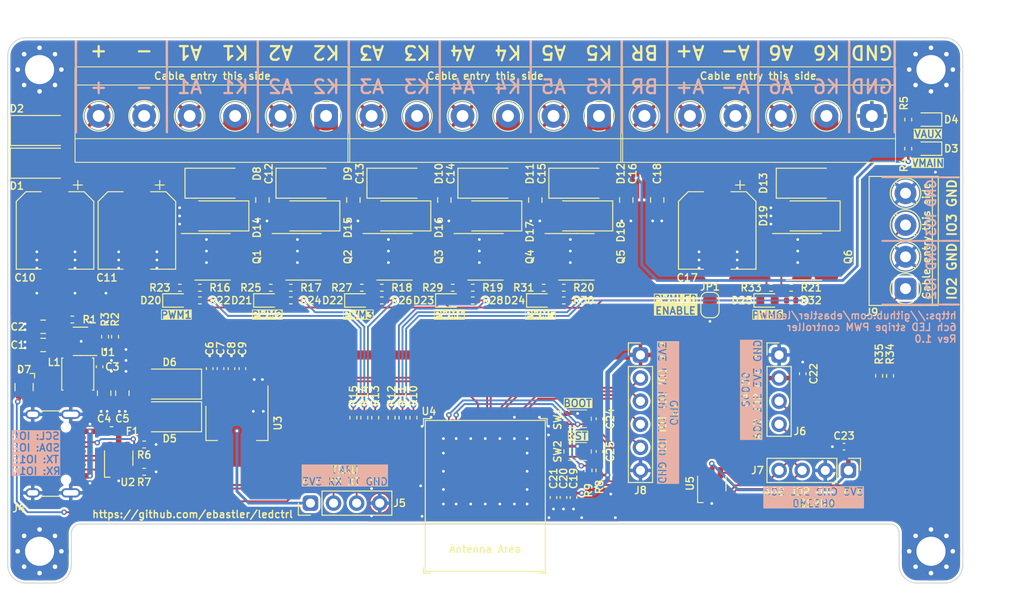
<source format=kicad_pcb>
(kicad_pcb (version 20221018) (generator pcbnew)
  (layers (0 "F.Cu" signal) (31 "B.Cu" signal) (34 "B.Paste" user) (35 "F.Paste" user) (36 "B.SilkS" user "B.Silkscreen") (37 "F.SilkS" user "F.Silkscreen") (38 "B.Mask" user) (39 "F.Mask" user) (44 "Edge.Cuts" user))
  (net 0 "")
  (net 1 "+24V")
  (net 2 "Net-(U1-BS)")
  (net 3 "Net-(U1-SW)")
  (net 4 "+5VP")
  (net 5 "+3V3")
  (net 6 "+5V")
  (net 7 "Net-(F1-Pad1)")
  (net 8 "CC1")
  (net 9 "USB-D+")
  (net 10 "USB-D-")
  (net 11 "CC2")
  (net 12 "LEDCH1")
  (net 13 "LEDCH2")
  (net 14 "LEDCH3")
  (net 15 "LEDCH4")
  (net 16 "LEDCH5")
  (net 17 "+12V")
  (net 18 "LEDCH6")
  (net 19 "Net-(U1-EN)")
  (net 20 "Net-(U1-FB)")
  (net 21 "EN")
  (net 22 "Net-(U4-GPIO8)")
  (net 23 "IO09")
  (net 28 "Net-(U4-GPIO23)")
  (net 29 "Net-(U4-GPIO22)")
  (net 30 "Net-(U4-GPIO21)")
  (net 31 "Net-(U4-GPIO20)")
  (net 32 "Net-(U4-GPIO19)")
  (net 33 "Net-(U4-GPIO18)")
  (net 38 "Net-(Q1-G)")
  (net 39 "Net-(Q2-G)")
  (net 40 "Net-(Q3-G)")
  (net 41 "Net-(Q4-G)")
  (net 42 "Net-(Q5-G)")
  (net 43 "Net-(Q6-G)")
  (net 44 "PWM1")
  (net 45 "PWM2")
  (net 46 "PWM3")
  (net 47 "PWM4")
  (net 48 "PWM5")
  (net 49 "PWM6")
  (net 50 "RX")
  (net 51 "TX")
  (net 52 "GND")
  (net 53 "IO4")
  (net 54 "IO5")
  (net 55 "IO0")
  (net 56 "IO1")
  (net 57 "IO6")
  (net 58 "IO7")
  (net 59 "+5VD")
  (net 60 "RGB_DI")
  (net 61 "IO2")
  (net 62 "IO3")
  (net 63 "Net-(D1-K)")
  (net 66 "IO2P")
  (net 67 "IO3P")
  (net 69 "Net-(D4-A)")
  (net 70 "Net-(D3-A)")
  (net 71 "Net-(D25-A)")
  (net 72 "Net-(D24-A)")
  (net 73 "Net-(D23-A)")
  (net 74 "Net-(D22-A)")
  (net 75 "Net-(D21-A)")
  (net 76 "Net-(D20-K)")
  (net 77 "Net-(D20-A)")
  (footprint "PCM_marbastlib-various:USB_C_Receptacle_HRO_TYPE-C-31-M-12" (layer "F.Cu") (at -6.2 37.15 -90)
    (fp_text reference "J4")
    (fp_text value "HRO M-12")
  )
  (footprint "Resistor_SMD:R_0402_1005Metric" (layer "F.Cu") (at 11.125 18.9 180)
    (fp_text reference "R16")
    (fp_text value "100")
  )
  (footprint "Connector_PinHeader_2.54mm:PinHeader_1x04_P2.54mm_Vertical" (layer "F.Cu") (at 23.28 42.6 90)
    (fp_text reference "J5")
    (fp_text value "UART")
  )
  (footprint "Capacitor_SMD:C_0402_1005Metric" (layer "F.Cu") (at 0.1 27.6 -90)
    (fp_text reference "C3")
    (fp_text value "100n")
  )
  (footprint "LED_SMD:LED_0603_1608Metric" (layer "F.Cu") (at 8.524999 20.300001)
    (fp_text reference "D20")
    (fp_text value "Y")
  )
  (footprint "Resistor_SMD:R_0402_1005Metric" (layer "F.Cu") (at 11.125 20.3 180)
    (fp_text reference "R22")
    (fp_text value "3k3")
  )
  (footprint "Resistor_SMD:R_0402_1005Metric" (layer "F.Cu") (at 41.124999 18.9 180)
    (fp_text reference "R19")
    (fp_text value "100")
  )
  (footprint "Diode_SMD:D_SMA" (layer "F.Cu") (at 7.8 33.1 180)
    (fp_text reference "D5")
    (fp_text value "SS14")
  )
  (footprint "Package_SO:SOIC-8_3.9x4.9mm_P1.27mm" (layer "F.Cu") (at 42.525 15.5)
    (fp_text reference "Q4")
    (fp_text value "AO4404B")
  )
  (footprint "Resistor_SMD:R_0402_1005Metric" (layer "F.Cu") (at 38.925001 18.9 180)
    (fp_text reference "R29")
    (fp_text value "10k")
  )
  (footprint "Connector_PinHeader_2.54mm:PinHeader_1x04_P2.54mm_Vertical" (layer "F.Cu") (at 82.42 39 -90)
    (fp_text reference "J7")
    (fp_text value "bme280")
  )
  (footprint "Resistor_SMD:R_0402_1005Metric" (layer "F.Cu") (at 51.125 20.3 180)
    (fp_text reference "R30")
    (fp_text value "3k3")
  )
  (footprint "Resistor_SMD:R_0402_1005Metric" (layer "F.Cu") (at 76.125 18.9 180)
    (fp_text reference "R21")
    (fp_text value "100")
  )
  (footprint "project:SW_T1A2QR" (layer "F.Cu") (at 52.65 33.32)
    (fp_text reference "SW1")
    (fp_text value "BOOT")
  )
  (footprint "Resistor_SMD:R_0402_1005Metric" (layer "F.Cu") (at 28 33.2 90)
    (fp_text reference "R15")
    (fp_text value "0R")
  )
  (footprint "Resistor_SMD:R_0402_1005Metric" (layer "F.Cu") (at 32.2 33.199999 90)
    (fp_text reference "R12")
    (fp_text value "0R")
  )
  (footprint "Capacitor_SMD:C_0402_1005Metric" (layer "F.Cu") (at 12.2 27.8 90)
    (fp_text reference "C6")
    (fp_text value "4u7")
  )
  (footprint "Capacitor_SMD:C_0402_1005Metric" (layer "F.Cu") (at 52.2 41.980001 -90)
    (fp_text reference "C19")
    (fp_text value "4u7")
  )
  (footprint "Package_TO_SOT_SMD:SOT-223-3_TabPin2" (layer "F.Cu") (at 15.2 33.8 -90)
    (fp_text reference "U3")
    (fp_text value "AMS1117-3.3")
  )
  (footprint "project:TerminalBlock_Ningbo_Kangnex _WJ128V-5.0-6P_1x06_P5.00mm_Horizontal" (layer "F.Cu") (at 55 0 180)
    (fp_text reference "J2" hide)
    (fp_text value "ST2")
  )
  (footprint "Resistor_SMD:R_0402_1005Metric" (layer "F.Cu") (at 51.124999 18.9 180)
    (fp_text reference "R20")
    (fp_text value "100")
  )
  (footprint "Diode_SMD:D_SMA" (layer "F.Cu") (at 13 11 180)
    (fp_text reference "D14")
    (fp_text value "SS14")
  )
  (footprint "Capacitor_SMD:C_0402_1005Metric" (layer "F.Cu") (at 15.8 27.8 90)
    (fp_text reference "C9")
    (fp_text value "4u7")
  )
  (footprint "Diode_SMD:D_SMA" (layer "F.Cu") (at 23 11 180)
    (fp_text reference "D15")
    (fp_text value "SS14")
  )
  (footprint "Package_SO:SOIC-8_3.9x4.9mm_P1.27mm" (layer "F.Cu") (at 12.525 15.5)
    (fp_text reference "Q1")
    (fp_text value "AO4404B")
  )
  (footprint "Capacitor_SMD:C_0805_2012Metric" (layer "F.Cu") (at 0.6 30.5 -90)
    (fp_text reference "C4")
    (fp_text value "22u")
  )
  (footprint "MountingHole:MountingHole_3.2mm_M3_Pad_Via" (layer "F.Cu") (at 91.5 -5.1)
    (fp_text reference "H2" hide)
    (fp_text value "M")
  )
  (footprint "LED_SMD:LED_0603_1608Metric" (layer "F.Cu") (at 73.524999 20.300001)
    (fp_text reference "D25")
    (fp_text value "Y")
  )
  (footprint "Capacitor_SMD:C_0402_1005Metric" (layer "F.Cu") (at 55.05 36.92 90)
    (fp_text reference "C25")
    (fp_text value "1u")
  )
  (footprint "Diode_SMD:D_SMA" (layer "F.Cu") (at 33 11 180)
    (fp_text reference "D16")
    (fp_text value "SS14")
  )
  (footprint "Resistor_SMD:R_0402_1005Metric" (layer "F.Cu") (at 41.125 20.3 180)
    (fp_text reference "R28")
    (fp_text value "3k3")
  )
  (footprint "Capacitor_SMD:C_0805_2012Metric" (layer "F.Cu") (at -6.1 25.2 180)
    (fp_text reference "C1")
    (fp_text value "22u")
  )
  (footprint "Resistor_SMD:R_0402_1005Metric" (layer "F.Cu") (at 48.925001 18.9 180)
    (fp_text reference "R31")
    (fp_text value "10k")
  )
  (footprint "Resistor_SMD:R_0402_1005Metric" (layer "F.Cu") (at 89 0.4 -90)
    (fp_text reference "R5")
    (fp_text value "51k")
  )
  (footprint "Capacitor_SMD:C_0805_2012Metric" (layer "F.Cu") (at 58 9.25 -90)
    (fp_text reference "C16")
    (fp_text value "22u")
  )
  (footprint "Resistor_SMD:R_0402_1005Metric" (layer "F.Cu") (at 21.124999 18.9 180)
    (fp_text reference "R17")
    (fp_text value "100")
  )
  (footprint "project:TerminalBlock_Ningbo_Kangnex _WJ128V-5.0-6P_1x06_P5.00mm_Horizontal" (layer "F.Cu") (at 85 0 180)
    (fp_text reference "J3" hide)
    (fp_text value "ST3")
  )
  (footprint "LED_SMD:LED_0603_1608Metric" (layer "F.Cu") (at 38.524999 20.300001)
    (fp_text reference "D23")
    (fp_text value "Y")
  )
  (footprint "LED_SMD:LED_0603_1608Metric" (layer "F.Cu") (at 28.524999 20.300001)
    (fp_text reference "D22")
    (fp_text value "Y")
  )
  (footprint "Resistor_SMD:R_0402_1005Metric" (layer "F.Cu") (at 34.6 33.199999 90)
    (fp_text reference "R10")
    (fp_text value "0R")
  )
  (footprint "Diode_SMD:D_SMA" (layer "F.Cu") (at 78 11 180)
    (fp_text reference "D19")
    (fp_text value "SS14")
  )
  (footprint "Diode_SMD:D_SMA" (layer "F.Cu") (at 23 7.4)
    (fp_text reference "D9")
    (fp_text value "SS14")
  )
  (footprint "Resistor_SMD:R_0402_1005Metric" (layer "F.Cu") (at 0.7 24.29 -90)
    (fp_text reference "R3")
    (fp_text value "10k")
  )
  (footprint "Package_SO:SOIC-8_3.9x4.9mm_P1.27mm" (layer "F.Cu") (at 77.525 15.5)
    (fp_text reference "Q6")
    (fp_text value "AO4404B")
  )
  (footprint "Connector_PinHeader_2.54mm:PinHeader_1x06_P2.54mm_Vertical" (layer "F.Cu") (at 59.56 26.3)
    (fp_text reference "J8")
    (fp_text value "EXP1")
  )
  (footprint "Resistor_SMD:R_0402_1005Metric" (layer "F.Cu") (at 31.125 20.3 180)
    (fp_text reference "R26")
    (fp_text value "3k3")
  )
  (footprint "Resistor_SMD:R_0402_1005Metric" (layer "F.Cu") (at 73.925001 18.9 180)
    (fp_text reference "R33")
    (fp_text value "10k")
  )
  (footprint "LED_SMD:LED_0603_1608Metric" (layer "F.Cu") (at 91.2 3.6 180)
    (fp_text reference "D3")
    (fp_text value "Y")
  )
  (footprint "Diode_SMD:D_SMA" (layer "F.Cu") (at 53 7.4)
    (fp_text reference "D12")
    (fp_text value "SS14")
  )
  (footprint "Capacitor_SMD:C_0805_2012Metric" (layer "F.Cu") (at 18 9.25 -90)
    (fp_text reference "C12")
    (fp_text value "22u")
  )
  (footprint "Package_SO:SOIC-8_3.9x4.9mm_P1.27mm" (layer "F.Cu") (at 22.525 15.5)
    (fp_text reference "Q2")
    (fp_text value "AO4404B")
  )
  (footprint "Resistor_SMD:R_0402_1005Metric" (layer "F.Cu") (at 1.8 24.29 90)
    (fp_text reference "R2")
    (fp_text value "51k")
  )
  (footprint "Capacitor_SMD:C_0402_1005Metric" (layer "F.Cu") (at 77.4 28.36 90)
    (fp_text reference "C22")
    (fp_text value "4u7")
  )
  (footprint "Capacitor_SMD:C_0805_2012Metric" (layer "F.Cu") (at 28 9.25 -90)
    (fp_text reference "C13")
    (fp_text value "22u")
  )
  (footprint "Diode_SMD:D_SMA" (layer "F.Cu") (at -6.2 1.6)
    (fp_text reference "D2")
    (fp_text value "SS14")
  )
  (footprint "Capacitor_SMD:CP_Elec_8x10" (layer "F.Cu") (at 4.2 12.6 -90)
    (fp_text reference "C11")
    (fp_text value "220u")
  )
  (footprint "Capacitor_SMD:CP_Elec_8x10" (layer "F.Cu") (at -4.8 12.599999 -90)
    (fp_text reference "C10")
    (fp_text value "220u")
  )
  (footprint "Diode_SMD:D_SMA" (layer "F.Cu") (at 33 7.4)
    (fp_text reference "D10")
    (fp_text value "SS14")
  )
  (footprint "Capacitor_SMD:C_0805_2012Metric" (layer "F.Cu") (at 38 9.25 -90)
    (fp_text reference "C14")
    (fp_text value "22u")
  )
  (footprint "project:TerminalBlock_DIBO_DB125-3.5-4P-GN-S_1x04_P3.50mm_Horizontal" (layer "F.Cu") (at 88.7 19 90)
    (fp_text reference "J9")
    (fp_text value "EXP2")
  )
  (footprint "Resistor_SMD:R_0402_1005Metric" (layer "F.Cu") (at 8.925 18.9 180)
    (fp_text reference "R23")
    (fp_text value "10k")
  )
  (footprint "Resistor_SMD:R_0402_1005Metric" (layer "F.Cu") (at 85.8 28.6 90)
    (fp_text reference "R35")
    (fp_text value "100R")
  )
  (footprint "Resistor_SMD:R_0402_1005Metric" (layer "F.Cu") (at 28.925001 18.9 180)
    (fp_text reference "R27")
    (fp_text value "10k")
  )
  (footprint "Jumper:SolderJumper-2_P1.3mm_Bridged_RoundedPad1.0x1.5mm" (layer "F.Cu") (at 67.2 20.8 -90)
    (fp_text reference "JP1")
    (fp_text value "CH_LED_EN")
  )
  (footprint "PCM_marbastlib-various:SOT-23-6-routable" (layer "F.Cu") (at 67.4 40.44 90)
    (fp_text reference "U5")
    (fp_text value "SRV05-4")
  )
  (footprint "Resistor_SMD:R_0402_1005Metric" (layer "F.Cu") (at 18.925001 18.9 180)
    (fp_text reference "R25")
    (fp_text value "10k")
  )
  (footprint "Capacitor_SMD:C_0402_1005Metric" (layer "F.Cu") (at 14.6 27.8 90)
    (fp_text reference "C8")
    (fp_text value "4u7")
  )
  (footprint "LED_SMD:LED_0603_1608Metric" (layer "F.Cu") (at 91.2 0.4 180)
    (fp_text reference "D4")
    (fp_text value "Y")
  )
  (footprint "Connector_PinHeader_2.54mm:PinHeader_1x04_P2.54mm_Vertical" (layer "F.Cu") (at 74.8 26.3)
    (fp_text reference "J6")
    (fp_text value "scd40")
  )
  (footprint "Diode_SMD:D_SMA" (layer "F.Cu") (at 43 7.4)
    (fp_text reference "D11")
    (fp_text value "SS14")
  )
  (footprint "Resistor_SMD:R_0402_1005Metric" (layer "F.Cu") (at -2.9 22.4)
    (fp_text reference "R1")
    (fp_text value "10k")
  )
  (footprint "Diode_SMD:D_SMA" (layer "F.Cu") (at 78 7.4)
    (fp_text reference "D13")
    (fp_text value "SS14")
  )
  (footprint "Resistor_SMD:R_0402_1005Metric" (layer "F.Cu") (at 21.125 20.300001 180)
    (fp_text reference "R24")
    (fp_text value "3k3")
  )
  (footprint "Diode_SMD:D_SMA" (layer "F.Cu") (at 53 11 180)
    (fp_text reference "D18")
    (fp_text value "SS14")
  )
  (footprint "Capacitor_SMD:C_0402_1005Metric" (layer "F.Cu") (at 55.05 33.32 90)
    (fp_text reference "C24")
    (fp_text value "100n")
  )
  (footprint "MountingHole:MountingHole_3.2mm_M3_Pad_Via" (layer "F.Cu") (at -6.5 47.9)
    (fp_text reference "H3" hide)
    (fp_text value "M")
  )
  (footprint "Resistor_SMD:R_0402_1005Metric" (layer "F.Cu") (at 87 28.6 90)
    (fp_text reference "R34")
    (fp_text value "100R")
  )
  (footprint "PCM_marbastlib-various:SOT-23-6-routable" (layer "F.Cu") (at 2.2 37.65 90)
    (fp_text reference "U2")
    (fp_text value "SRV05-4")
  )
  (footprint "Resistor_SMD:R_0402_1005Metric" (layer "F.Cu") (at 5 36.15)
    (fp_text reference "R6")
    (fp_text value "5k1")
  )
  (footprint "Resistor_SMD:R_0402_1005Metric" (layer "F.Cu") (at 30.4 33.199999 90)
    (fp_text reference "R13")
    (fp_text value "0R")
  )
  (footprint "Capacitor_SMD:C_0402_1005Metric" (layer "F.Cu") (at 13.4 27.8 90)
    (fp_text reference "C7")
    (fp_text value "4u7")
  )
  (footprint "Diode_SMD:D_SMA" (layer "F.Cu") (at -6.2 5.2)
    (fp_text reference "D1")
    (fp_text value "SS14")
  )
  (footprint "Resistor_SMD:R_0402_1005Metric" (layer "F.Cu") (at 5 39.15)
    (fp_text reference "R7")
    (fp_text value "5k1")
  )
  (footprint "Resistor_SMD:R_0402_1005Metric" (layer "F.Cu") (at 76.125 20.3 180)
    (fp_text reference "R32")
    (fp_text value "3k3")
  )
  (footprint "Resistor_SMD:R_0402_1005Metric" (layer "F.Cu") (at 33.4 33.199999 90)
    (fp_text reference "R11")
    (fp_text value "0R")
  )
  (footprint "Resistor_SMD:R_0402_1005Metric" (layer "F.Cu") (at 89 3.6 90)
    (fp_text reference "R4")
    (fp_text value "51k")
  )
  (footprint "Inductor_SMD:L_Changjiang_FNR3012S" (layer "F.Cu") (at -2.3 28.4 90)
    (fp_text reference "L1")
    (fp_text value "4u7")
  )
  (footprint "Resistor_SMD:R_0402_1005Metric" (layer "F.Cu") (at 55.05 39 90)
    (fp_text reference "R8")
    (fp_text value "10k")
  )
  (footprint "Resistor_SMD:R_0402_1005Metric" (layer "F.Cu") (at 53.85 39 -90)
    (fp_text reference "R9")
    (fp_text value "3k3")
  )
  (footprint "Capacitor_SMD:C_0402_1005Metric" (layer "F.Cu") (at 51.1 41.980001 -90)
    (fp_text reference "C20")
    (fp_text value "4u7")
  )
  (footprint "Capacitor_SMD:C_0805_2012Metric" (layer "F.Cu") (at 2.600001 30.5 -90)
    (fp_text reference "C5")
    (fp_text value "22u")
  )
  (footprint "LED_SMD:LED_0603_1608Metric" (layer "F.Cu") (at 48.524999 20.300001)
    (fp_text reference "D24")
    (fp_text value "Y")
  )
  (footprint "MountingHole:MountingHole_3.2mm_M3_Pad_Via" (layer "F.Cu") (at -6.5 -5.1)
    (fp_text reference "H1" hide)
    (fp_text value "M")
  )
  (footprint "Diode_SMD:D_SMA" (layer "F.Cu") (at 43 11 180)
    (fp_text reference "D17")
    (fp_text value "SS14")
  )
  (footprint "PCM_marbastlib-various:LED_WS2812_2020" (layer "F.Cu") (at -8.2 29.835 -90)
    (fp_text reference "D7")
    (fp_text value "WS2812")
  )
  (footprint "Fuse:Fuse_0603_1608Metric" (layer "F.Cu") (at 1.4125 34.7)
    (fp_text reference "F1")
    (fp_text value "500 mA")
  )
  (footprint "Resistor_SMD:R_0402_1005Metric" (layer "F.Cu") (at 31.124999 18.9 180)
    (fp_text reference "R18")
    (fp_text value "100")
  )
  (footprint "PCM_Espressif:ESP32-C6-MINI-1" (layer "F.Cu") (at 42.5 41.800001 180)
    (fp_text reference "U4")
    (fp_text value "ESP32-C6-MINI-1/U")
  )
  (footprint "Capacitor_SMD:C_0805_2012Metric" (layer "F.Cu") (at 48 9.25 -90)
    (fp_text reference "C15")
    (fp_text value "22u")
  )
  (footprint "project:TerminalBlock_Ningbo_Kangnex _WJ128V-5.0-6P_1x06_P5.00mm_Horizontal" (layer "F.Cu") (at 25 0 180)
    (fp_text reference "J1" hide)
    (fp_text value "ST1")
  )
  (footprint "Capacitor_SMD:C_0402_1005Metric" (layer "F.Cu") (at 81.94 36.39 180)
    (fp_text reference "C23")
    (fp_text value "4u7")
  )
  (footprint "Diode_SMD:D_SMA" (layer "F.Cu") (at 7.8 29.5 180)
    (fp_text reference "D6")
    (fp_text value "SS14")
  )
  (footprint "Resistor_SMD:R_0402_1005Metric" (layer "F.Cu") (at 29.200001 33.199999 90)
    (fp_text reference "R14")
    (fp_text value "0R")
  )
  (footprint "Capacitor_SMD:CP_Elec_8x10" (layer "F.Cu") (at 68 12.6 -90)
    (fp_text reference "C17")
    (fp_text value "220u")
  )
  (footprint "LED_SMD:LED_0603_1608Metric" (layer "F.Cu") (at 18.524999 20.300001)
    (fp_text reference "D21")
    (fp_text value "Y")
  )
  (footprint "MountingHole:MountingHole_3.2mm_M3_Pad_Via" (layer "F.Cu") (at 91.5 47.9)
    (fp_text reference "H4" hide)
    (fp_text value "M")
  )
  (footprint "Diode_SMD:D_SMA" (layer "F.Cu") (at 13 7.4)
    (fp_text reference "D8")
    (fp_text value "SS14")
  )
  (footprint "Capacitor_SMD:C_0805_2012Metric" (layer "F.Cu") (at 61.4 9.25 -90)
    (fp_text reference "C18")
    (fp_text value "22u")
  )
  (footprint "project:SW_T1A2QR" (layer "F.Cu") (at 52.65 36.92)
    (fp_text reference "SW2")
    (fp_text value "RST")
  )
  (footprint "Capacitor_SMD:C_0402_1005Metric" (layer "F.Cu") (at 50 41.980001 -90)
    (fp_text reference "C21")
    (fp_text value "100n")
  )
  (footprint "Capacitor_SMD:C_0805_2012Metric" (layer "F.Cu") (at -6.1 23.2 180)
    (fp_text reference "C2")
    (fp_text value "22u")
  )
  (footprint "Package_SO:SOIC-8_3.9x4.9mm_P1.27mm" (layer "F.Cu") (at 32.525 15.5)
    (fp_text reference "Q3")
    (fp_text value "AO4404B")
  )
  (footprint "Package_SO:SOIC-8_3.9x4.9mm_P1.27mm" (layer "F.Cu") (at 52.525 15.5)
    (fp_text reference "Q5")
    (fp_text value "AO4404B")
  )
  (footprint "Package_TO_SOT_SMD:SOT-23-6" (layer "F.Cu") (at -2 24.8 180)
    (fp_text reference "U1")
    (fp_text value "TPMP2359DJ")
  )
  (gr_line (start 86.15 6.75) (end 94.55 6.75) (stroke (width 0.2)) (layer "B.SilkS"))
  (gr_line (start 82.5 1.8) (end 82.5 -8.2) (stroke (width 0.25)) (layer "B.SilkS"))
  (gr_line (start 72.5 1.8) (end 72.5 -8.2) (stroke (width 0.25)) (layer "B.SilkS"))
  (gr_line (start 47.5 1.8) (end 47.5 -8.2) (stroke (width 0.25)) (layer "B.SilkS"))
  (gr_line (start 57.499999 1.8) (end 57.5 -8.2) (stroke (width 0.25)) (layer "B.SilkS"))
  (gr_line (start 37.5 1.8) (end 37.5 -8.2) (stroke (width 0.25)) (layer "B.SilkS"))
  (gr_line (start 27.5 1.8) (end 27.5 -8.2) (stroke (width 0.25)) (layer "B.SilkS"))
  (gr_line (start 62.5 1.8) (end 62.5 -8.2) (stroke (width 0.25)) (layer "B.SilkS"))
  (gr_line (start 94.55 13.75) (end 86.15 13.75) (stroke (width 0.2)) (layer "B.SilkS"))
  (gr_line (start 17.5 1.8) (end 17.5 -8.2) (stroke (width 0.25)) (layer "B.SilkS"))
  (gr_line (start -2.5 1.8) (end -2.5 -8.2) (stroke (width 0.25)) (layer "B.SilkS"))
  (gr_line (start 87.5 1.8) (end 87.5 -8.2) (stroke (width 0.25)) (layer "B.SilkS"))
  (gr_line (start 94.55 20.75) (end 86.15 20.75) (stroke (width 0.2)) (layer "B.SilkS"))
  (gr_line (start 7.499999 1.8) (end 7.5 -8.2) (stroke (width 0.25)) (layer "B.SilkS"))
  (gr_line (start 92.8 6.75) (end 94.55 6.75) (stroke (width 0.2)) (layer "F.SilkS"))
  (gr_line (start 7.5 -5.8) (end 7.5 -8.2) (stroke (width 0.25)) (layer "F.SilkS"))
  (gr_line (start 62.5 -5.8) (end 62.5 -8.2) (stroke (width 0.25)) (layer "F.SilkS"))
  (gr_line (start 47.5 -5.8) (end 47.5 -8.2) (stroke (width 0.25)) (layer "F.SilkS"))
  (gr_line (start 57.5 -5.8) (end 57.5 -8.2) (stroke (width 0.25)) (layer "F.SilkS"))
  (gr_line (start 27.5 -5.8) (end 27.5 -8.2) (stroke (width 0.25)) (layer "F.SilkS"))
  (gr_line (start -2.5 -5.8) (end -2.5 -8.2) (stroke (width 0.25)) (layer "F.SilkS"))
  (gr_line (start 82.5 -5.8) (end 82.5 -8.2) (stroke (width 0.25)) (layer "F.SilkS"))
  (gr_line (start 87.5 -5.8) (end 87.5 -8.2) (stroke (width 0.25)) (layer "F.SilkS"))
  (gr_line (start 94.55 20.75) (end 92.8 20.75) (stroke (width 0.2)) (layer "F.SilkS"))
  (gr_line (start 37.5 -5.8) (end 37.5 -8.2) (stroke (width 0.25)) (layer "F.SilkS"))
  (gr_line (start 94.55 13.75) (end 92.8 13.75) (stroke (width 0.2)) (layer "F.SilkS"))
  (gr_line (start 72.5 -5.8) (end 72.5 -8.2) (stroke (width 0.25)) (layer "F.SilkS"))
  (gr_line (start 17.5 -5.8) (end 17.5 -8.2) (stroke (width 0.25)) (layer "F.SilkS"))
  (gr_line (start -3 49.400001) (end -3.000001 45.900001) (stroke (width 0.1)) (layer "Edge.Cuts"))
  (gr_arc (start 87.000001 44.900001) (mid 87.707107 45.192895) (end 88.000001 45.900001) (stroke (width 0.1)) (layer "Edge.Cuts"))
  (gr_arc (start 90 51.400001) (mid 88.585786 50.814214) (end 87.999999 49.4) (stroke (width 0.1)) (layer "Edge.Cuts"))
  (gr_line (start -10.000002 49.400001) (end -10.000001 -6.600001) (stroke (width 0.1)) (layer "Edge.Cuts"))
  (gr_arc (start -10.000001 -6.600001) (mid -9.414215 -8.014215) (end -8.000001 -8.600001) (stroke (width 0.1)) (layer "Edge.Cuts"))
  (gr_line (start 90 51.400001) (end 93 51.400001) (stroke (width 0.1)) (layer "Edge.Cuts"))
  (gr_line (start 87.000001 44.900001) (end -2.000001 44.900001) (stroke (width 0.1)) (layer "Edge.Cuts"))
  (gr_arc (start -3.000001 45.900001) (mid -2.707108 45.192894) (end -2.000001 44.900001) (stroke (width 0.1)) (layer "Edge.Cuts"))
  (gr_line (start 88.000001 45.900001) (end 87.999999 49.4) (stroke (width 0.1)) (layer "Edge.Cuts"))
  (gr_arc (start -3 49.400001) (mid -3.585786 50.814216) (end -5.000001 51.400002) (stroke (width 0.1)) (layer "Edge.Cuts"))
  (gr_line (start 95.000001 -6.6) (end 95.000001 49.4) (stroke (width 0.1)) (layer "Edge.Cuts"))
  (gr_arc (start -8.000001 51.400002) (mid -9.414216 50.814216) (end -10.000002 49.400001) (stroke (width 0.1)) (layer "Edge.Cuts"))
  (gr_line (start -8.000001 51.400002) (end -5.000001 51.400002) (stroke (width 0.1)) (layer "Edge.Cuts"))
  (gr_arc (start 95.000001 49.4) (mid 94.414214 50.814214) (end 93 51.400001) (stroke (width 0.1)) (layer "Edge.Cuts"))
  (gr_line (start -8.000001 -8.600001) (end 93 -8.600001) (stroke (width 0.1)) (layer "Edge.Cuts"))
  (gr_arc (start 93 -8.600001) (mid 94.414215 -8.014215) (end 95.000001 -6.6) (stroke (width 0.1)) (layer "Edge.Cuts"))
  (gr_text "A-" (at 70 -3.2) (layer "B.SilkS") (effects (font (size 1.5 1.5) (thickness 0.25) bold) (justify mirror)))
  (gr_text "SCL: IO4\nSDA: IO5\nTX: IO16\nRX: IO17" (at -9.6 37.15) (layer "B.SilkS" knockout) (effects (font (size 0.8 0.8) (thickness 0.15) bold) (justify right mirror)))
  (gr_text "A5" (at 50 -3.200001) (layer "B.SilkS") (effects (font (size 1.5 1.5) (thickness 0.25) bold) (justify mirror)))
  (gr_text "A6" (at 75 -3.2) (layer "B.SilkS") (effects (font (size 1.5 1.5) (thickness 0.25) bold) (justify mirror)))
  (gr_text "K3" (at 35 -3.2) (layer "B.SilkS") (effects (font (size 1.5 1.5) (thickness 0.25) bold) (justify mirror)))
  (gr_text "BR" (at 60 -3.200001) (layer "B.SilkS") (effects (font (size 1.5 1.5) (thickness 0.25) bold) (justify mirror)))
  (gr_text "K4" (at 45 -3.2) (layer "B.SilkS") (effects (font (size 1.5 1.5) (thickness 0.25) bold) (justify mirror)))
  (gr_text "UART\nGND TX RX 3V3" (at 27.08 39.6) (layer "B.SilkS" knockout) (effects (font (size 0.8 0.8) (thickness 0.15) bold) (justify mirror)))
  (gr_text "https://github.com/ebastler/ledctrl\n6ch LED stripe PWM controller\nRev 1.0" (at 94.4 25) (layer "B.SilkS") (effects (font (size 0.8 0.8) (thickness 0.15) bold) (justify left bottom mirror)))
  (gr_text "+" (at 0 -3.200001) (layer "B.SilkS") (effects (font (size 1.5 1.5) (thickness 0.25) bold) (justify mirror)))
  (gr_text "K1" (at 15 -3.2) (layer "B.SilkS") (effects (font (size 1.5 1.5) (thickness 0.25) bold) (justify mirror)))
  (gr_text "K5" (at 55 -3.200001) (layer "B.SilkS") (effects (font (size 1.5 1.5) (thickness 0.25) bold) (justify mirror)))
  (gr_text "A1" (at 10 -3.2) (layer "B.SilkS") (effects (font (size 1.5 1.5) (thickness 0.25) bold) (justify mirror)))
  (gr_text "IO3" (at 91.536 12 90) (layer "B.SilkS") (effects (font (size 1 1) (thickness 0.2) bold) (justify mirror)))
  (gr_text "GPIO\nGND IO0 IO1 IO6 IO7 3V3" (at 62.56 32.65 -90) (layer "B.SilkS" knockout) (effects (font (size 0.8 0.8) (thickness 0.15) bold) (justify mirror)))
  (gr_text "GND" (at 91.536 8.5 90) (layer "B.SilkS") (effects (font (size 1 1) (thickness 0.2) bold) (justify mirror)))
  (gr_text "A3" (at 30 -3.2) (layer "B.SilkS") (effects (font (size 1.5 1.5) (thickness 0.25) bold) (justify mirror)))
  (gr_text "3V3 GND SCL SDA\nBME280" (at 78.62 42) (layer "B.SilkS" knockout) (effects (font (size 0.8 0.8) (thickness 0.15) bold) (justify mirror)))
  (gr_text "A4" (at 40 -3.2) (layer "B.SilkS") (effects (font (size 1.5 1.5) (thickness 0.25) bold) (justify mirror)))
  (gr_text "SCD40\nGND 3V3 SCL SDA" (at 71.8 30.1 90) (layer "B.SilkS" knockout) (effects (font (size 0.8 0.8) (thickness 0.15) bold) (justify mirror)))
  (gr_text "A+" (at 65 -3.2) (layer "B.SilkS") (effects (font (size 1.5 1.5) (thickness 0.25) bold) (justify mirror)))
  (gr_text "K6" (at 80 -3.2) (layer "B.SilkS") (effects (font (size 1.5 1.5) (thickness 0.25) bold) (justify mirror)))
  (gr_text "GND" (at 85 -3.2) (layer "B.SilkS") (effects (font (size 1.5 1.5) (thickness 0.25) bold) (justify mirror)))
  (gr_text "IO2" (at 91.536 19 90) (layer "B.SilkS") (effects (font (size 1 1) (thickness 0.2) bold) (justify mirror)))
  (gr_text "A2" (at 20 -3.2) (layer "B.SilkS") (effects (font (size 1.5 1.5) (thickness 0.25) bold) (justify mirror)))
  (gr_text "K2" (at 25 -3.2) (layer "B.SilkS") (effects (font (size 1.5 1.5) (thickness 0.25) bold) (justify mirror)))
  (gr_text "-" (at 5 -3.200001) (layer "B.SilkS") (effects (font (size 1.5 1.5) (thickness 0.25) bold) (justify mirror)))
  (gr_text "GND" (at 91.536 15.5 90) (layer "B.SilkS") (effects (font (size 1 1) (thickness 0.2) bold) (justify mirror)))
  (gr_text "PWM3" (at 28.524999 21.9) (layer "F.SilkS" knockout) (effects (font (size 0.8 0.8) (thickness 0.15) bold)))
  (gr_text "K6" (at 80 -7 180) (layer "F.SilkS") (effects (font (size 1.5 1.5) (thickness 0.25) bold)))
  (gr_text "K1" (at 15 -7 180) (layer "F.SilkS") (effects (font (size 1.5 1.5) (thickness 0.25) bold)))
  (gr_text "GND" (at 85 -7 180) (layer "F.SilkS") (effects (font (size 1.5 1.5) (thickness 0.25) bold)))
  (gr_text "PWM6" (at 73.524999 21.9) (layer "F.SilkS" knockout) (effects (font (size 0.8 0.8) (thickness 0.15) bold)))
  (gr_text "PWM2" (at 18.524999 21.9) (layer "F.SilkS" knockout) (effects (font (size 0.8 0.8) (thickness 0.15) bold)))
  (gr_text "GND" (at 93.8 8.5 90) (layer "F.SilkS") (effects (font (size 1 1) (thickness 0.2) bold)))
  (gr_text "PWM5" (at 48.524999 21.9) (layer "F.SilkS" knockout) (effects (font (size 0.8 0.8) (thickness 0.15) bold)))
  (gr_text "A4" (at 40 -7 180) (layer "F.SilkS") (effects (font (size 1.5 1.5) (thickness 0.25) bold)))
  (gr_text "A2" (at 20 -7 180) (layer "F.SilkS") (effects (font (size 1.5 1.5) (thickness 0.25) bold)))
  (gr_text "A3" (at 30 -7 180) (layer "F.SilkS") (effects (font (size 1.5 1.5) (thickness 0.25) bold)))
  (gr_text "BOOT" (at 52.650001 31.619998) (layer "F.SilkS" knockout) (effects (font (size 0.8 0.8) (thickness 0.15) bold)))
  (gr_text "IO2" (at 93.8 19 90) (layer "F.SilkS") (effects (font (size 1 1) (thickness 0.2) bold)))
  (gr_text "GND" (at 93.8 15.5 90) (layer "F.SilkS") (effects (font (size 1 1) (thickness 0.2) bold)))
  (gr_text "A1" (at 10 -7 180) (layer "F.SilkS") (effects (font (size 1.5 1.5) (thickness 0.25) bold)))
  (gr_text "+" (at 0 -7 180) (layer "F.SilkS") (effects (font (size 1.5 1.5) (thickness 0.25) bold)))
  (gr_text "K4" (at 45 -7 180) (layer "F.SilkS") (effects (font (size 1.5 1.5) (thickness 0.25) bold)))
  (gr_text "A6" (at 75 -7 180) (layer "F.SilkS") (effects (font (size 1.5 1.5) (thickness 0.25) bold)))
  (gr_text "BR" (at 60 -7 180) (layer "F.SilkS") (effects (font (size 1.5 1.5) (thickness 0.25) bold)))
  (gr_text "RST" (at 52.650001 35.219999) (layer "F.SilkS" knockout) (effects (font (size 0.8 0.8) (thickness 0.15) bold)))
  (gr_text "A5" (at 50 -7 180) (layer "F.SilkS") (effects (font (size 1.5 1.5) (thickness 0.25) bold)))
  (gr_text "VAUX" (at 89.589286 2) (layer "F.SilkS" knockout) (effects (font (size 0.8 0.8) (thickness 0.15) bold) (justify left)))
  (gr_text "SDA SCL GND 3V3\nBME280" (at 78.62 42) (layer "F.SilkS" knockout) (effects (font (size 0.8 0.8) (thickness 0.15) bold)))
  (gr_text "SCD40\nSDA SCL 3V3 GND" (at 71.8 30.1 90) (layer "F.SilkS" knockout) (effects (font (size 0.8 0.8) (thickness 0.15) bold)))
  (gr_text "K2" (at 25 -7 180) (layer "F.SilkS") (effects (font (size 1.5 1.5) (thickness 0.25) bold)))
  (gr_text "PWM1" (at 8.524999 21.9) (layer "F.SilkS" knockout) (effects (font (size 0.8 0.8) (thickness 0.15) bold)))
  (gr_text "-" (at 5 -7 180) (layer "F.SilkS") (effects (font (size 1.5 1.5) (thickness 0.25) bold)))
  (gr_text "A-" (at 70 -7 180) (layer "F.SilkS") (effects (font (size 1.5 1.5) (thickness 0.25) bold)))
  (gr_text "PWMLED\nENABLE" (at 63.41 20.8) (layer "F.SilkS" knockout) (effects (font (size 0.8 0.8) (thickness 0.15) bold)))
  (gr_text "A+" (at 65 -7 180) (layer "F.SilkS") (effects (font (size 1.5 1.5) (thickness 0.25) bold)))
  (gr_text "Cable entry this side" (at 91 13.75 90) (layer "F.SilkS") (effects (font (size 0.8 0.8))))
  (gr_text "IO3" (at 93.8 12 90) (layer "F.SilkS") (effects (font (size 1 1) (thickness 0.2) bold)))
  (gr_text "GPIO\n3V3 IO7 IO6 IO1 IO0 GND" (at 62.56 32.65 -90) (layer "F.SilkS" knockout) (effects (font (size 0.8 0.8) (thickness 0.15) bold)))
  (gr_text "https://github.com/ebastler/ledctrl" (at -0.8 44.3) (layer "F.SilkS") (effects (font (size 0.8 0.8) (thickness 0.15) bold) (justify left bottom)))
  (gr_text "UART\n3V3 RX TX GND" (at 27.08 39.6) (layer "F.SilkS" knockout) (effects (font (size 0.8 0.8) (thickness 0.15) bold)))
  (gr_text "PWM4" (at 38.524999 21.9) (layer "F.SilkS" knockout) (effects (font (size 0.8 0.8) (thickness 0.15) bold)))
  (gr_text "K3" (at 35 -7 180) (layer "F.SilkS") (effects (font (size 1.5 1.5) (thickness 0.25) bold)))
  (gr_text "VMAIN" (at 89.32262 5.2) (layer "F.SilkS" knockout) (effects (font (size 0.8 0.8) (thickness 0.15) bold) (justify left)))
  (gr_text "K5" (at 55 -7 180) (layer "F.SilkS") (effects (font (size 1.5 1.5) (thickness 0.25) bold)))
  (segment (start 89 4.11) (end 89 5) (width 0.3) (layer "F.Cu") (net 1))
  (via (at 59.1 6.8) (size 0.6) (drill 0.3) (layers "F.Cu" "B.Cu") (net 1))
  (via (at 89 5) (size 0.6) (drill 0.3) (layers "F.Cu" "B.Cu") (net 1))
  (segment (start 59.7 7.4) (end 59.1 6.8) (width 0.3) (layer "B.Cu") (net 1))
  (segment (start 83.4 6.8) (end 83.4 16.5) (width 0.3) (layer "B.Cu") (net 1))
  (segment (start 85.2 5) (end 83.4 6.8) (width 0.3) (layer "B.Cu") (net 1))
  (segment (start 83.4 16.5) (end 81.8 18.1) (width 0.3) (layer "B.Cu") (net 1))
  (segment (start 89 5) (end 85.2 5) (width 0.3) (layer "B.Cu") (net 1))
  (segment (start 61.4 18.1) (end 59.7 16.4) (width 0.3) (layer "B.Cu") (net 1))
  (segment (start 59.7 16.4) (end 59.7 7.4) (width 0.3) (layer "B.Cu") (net 1))
  (segment (start 81.8 18.1) (end 61.4 18.1) (width 0.3) (layer "B.Cu") (net 1))
  (segment (start 82.42 31.64) (end 82.42 39) (width 0.5) (layer "F.Cu") (net 5))
  (segment (start 79.62 28.84) (end 82.42 31.64) (width 0.5) (layer "F.Cu") (net 5))
  (segment (start 66.6 26.3) (end 69.14 28.84) (width 0.5) (layer "F.Cu") (net 5))
  (segment (start 50 41.500001) (end 51.1 41.500001) (width 0.3) (layer "F.Cu") (net 5))
  (segment (start 53.85 39.51) (end 55.05 39.51) (width 0.3) (layer "F.Cu") (net 5))
  (segment (start 55.05 39.51) (end 55.949999 39.51) (width 0.3) (layer "F.Cu") (net 5))
  (segment (start 74.8 28.84) (end 79.62 28.84) (width 0.5) (layer "F.Cu") (net 5))
  (segment (start 51.1 41.500001) (end 52.2 41.500001) (width 0.3) (layer "F.Cu") (net 5))
  (segment (start 52.2 41.500001) (end 53.099999 41.500001) (width 0.3) (layer "F.Cu") (net 5))
  (segment (start 59.56 26.3) (end 66.6 26.3) (width 0.5) (layer "F.Cu") (net 5))
  (segment (start 48.4 41.500001) (end 50 41.500001) (width 0.3) (layer "F.Cu") (net 5))
  (segment (start 67.4 39.265) (end 67.4 38.24) (width 0.3) (layer "F.Cu") (net 5))
  (segment (start 69.14 28.84) (end 74.8 28.84) (width 0.5) (layer "F.Cu") (net 5))
  (via (at 15.2 34.65) (size 0.6) (drill 0.3) (layers "F.Cu" "B.Cu") (net 5))
  (via (at 55.95 39.509999) (size 0.6) (drill 0.3) (layers "F.Cu" "B.Cu") (net 5))
  (via (at 67.4 38.24) (size 0.6) (drill 0.3) (layers "F.Cu" "B.Cu") (net 5))
  (via (at 53.1 41.5) (size 0.6) (drill 0.3) (layers "F.Cu" "B.Cu") (net 5))
  (segment (start 15.2 41.3) (end 16.5 42.6) (width 0.3) (layer "B.Cu") (net 5))
  (segment (start 16.5 42.6) (end 23.28 42.6) (width 0.3) (layer "B.Cu") (net 5))
  (segment (start 54.5 41.5) (end 55.95 40.05) (width 0.5) (layer "B.Cu") (net 5))
  (segment (start 57.9 26.3) (end 59.56 26.3) (width 0.5) (layer "B.Cu") (net 5))
  (segment (start 55.95 40.05) (end 55.95 39.509999) (width 0.5) (layer "B.Cu") (net 5))
  (segment (start 15.2 34.65) (end 15.2 41.3) (width 0.3) (layer "B.Cu") (net 5))
  (segment (start 55.95 39.509999) (end 55.95 28.25) (width 0.5) (layer "B.Cu") (net 5))
  (segment (start 70.3 41.14) (end 80.500002 41.14) (width 0.3) (layer "B.Cu") (net 5))
  (segment (start 82.42 39.220002) (end 82.42 39) (width 0.3) (layer "B.Cu") (net 5))
  (segment (start 67.4 38.24) (end 70.3 41.14) (width 0.3) (layer "B.Cu") (net 5))
  (segment (start 80.500002 41.14) (end 82.42 39.220002) (width 0.3) (layer "B.Cu") (net 5))
  (segment (start 53.1 41.5) (end 54.5 41.5) (width 0.5) (layer "B.Cu") (net 5))
  (segment (start 55.95 28.25) (end 57.9 26.3) (width 0.5) (layer "B.Cu") (net 5))
  (segment (start 2.2 36.475) (end 2.2 34.7) (width 0.6) (layer "F.Cu") (net 6))
  (segment (start -0.955 34.7) (end 0.625 34.699999) (width 0.6) (layer "F.Cu") (net 7))
  (segment (start -2.154999 34.7) (end -0.955 34.7) (width 0.6) (layer "F.Cu") (net 7))
  (segment (start -2.154999 39.6) (end -0.955 39.6) (width 0.6) (layer "F.Cu") (net 7))
  (via (at -0.955 39.6) (size 0.6) (drill 0.3) (layers "F.Cu" "B.Cu") (net 7))
  (via (at -0.955 34.7) (size 0.6) (drill 0.3) (layers "F.Cu" "B.Cu") (net 7))
  (segment (start -0.955 39.6) (end -0.955 34.7) (width 0.6) (layer "B.Cu") (net 7))
  (segment (start 3.575 36.475) (end 3.9 36.15) (width 0.2) (layer "F.Cu") (net 8))
  (segment (start 3.9 35.65) (end 3.9 36.15) (width 0.2) (layer "F.Cu") (net 8))
  (segment (start 3.8 35.55) (end 3.9 35.65) (width 0.2) (layer "F.Cu") (net 8))
  (segment (start -0.2055 35.9) (end -0.1555 35.95) (width 0.2) (layer "F.Cu") (net 8))
  (segment (start -2.155 35.9) (end -0.2055 35.9) (width 0.2) (layer "F.Cu") (net 8))
  (segment (start 3.150001 36.475) (end 3.575 36.475) (width 0.2) (layer "F.Cu") (net 8))
  (segment (start 3.9 36.15) (end 4.49 36.15) (width 0.2) (layer "F.Cu") (net 8))
  (via (at 3.8 35.55) (size 0.6) (drill 0.3) (layers "F.Cu" "B.Cu") (net 8))
  (via (at -0.1555 35.95) (size 0.6) (drill 0.3) (layers "F.Cu" "B.Cu") (net 8))
  (segment (start 0.2445 35.55) (end 3.8 35.55) (width 0.2) (layer "B.Cu") (net 8))
  (segment (start -0.1555 35.95) (end 0.2445 35.55) (width 0.2) (layer "B.Cu") (net 8))
  (segment (start 1.25 38.509448) (end 1.909448 37.85) (width 0.2) (layer "F.Cu") (net 9))
  (segment (start 7.784314 37.85) (end 10.934315 41) (width 0.2) (layer "F.Cu") (net 9))
  (segment (start 22.2 31) (end 24 29.2) (width 0.2) (layer "F.Cu") (net 9))
  (segment (start 1.909448 37.85) (end 7.784314 37.85) (width 0.2) (layer "F.Cu") (net 9))
  (segment (start 22.2 38.9) (end 22.2 31) (width 0.2) (layer "F.Cu") (net 9))
  (segment (start -3.18 36.95) (end -3.13 36.9) (width 0.2) (layer "F.Cu") (net 9))
  (segment (start 42.7 30.7) (end 42.7 33.4) (width 0.2) (layer "F.Cu") (net 9))
  (segment (start 1.25 38.825) (end 1.25 38.509448) (width 0.2) (layer "F.Cu") (net 9))
  (segment (start 10.934315 41) (end 20.1 41) (width 0.2) (layer "F.Cu") (net 9))
  (segment (start -2.155 37.9) (end -3.13 37.9) (width 0.2) (layer "F.Cu") (net 9))
  (segment (start -3.13 37.9) (end -3.18 37.85) (width 0.2) (layer "F.Cu") (net 9))
  (segment (start -3.13 36.9) (end -2.155 36.9) (width 0.2) (layer "F.Cu") (net 9))
  (segment (start 42.5 33.6) (end 42.5 34.200001) (width 0.2) (layer "F.Cu") (net 9))
  (segment (start 20.1 41) (end 22.2 38.9) (width 0.2) (layer "F.Cu") (net 9))
  (segment (start 42.7 33.4) (end 42.5 33.6) (width 0.2) (layer "F.Cu") (net 9))
  (segment (start 24 29.2) (end 41.2 29.2) (width 0.2) (layer "F.Cu") (net 9))
  (segment (start -3.18 37.85) (end -3.18 36.95) (width 0.2) (layer "F.Cu") (net 9))
  (segment (start 0.640552 37.9) (end -2.155 37.9) (width 0.2) (layer "F.Cu") (net 9))
  (segment (start 1.25 38.509448) (end 0.640552 37.9) (width 0.2) (layer "F.Cu") (net 9))
  (segment (start 41.2 29.2) (end 42.7 30.7) (width 0.2) (layer "F.Cu") (net 9))
  (segment (start -1.18 36.4) (end -2.155 36.4) (width 0.2) (layer "F.Cu") (net 10))
  (segment (start 1.25 36.475) (end 1.25 36.790552) (width 0.2) (layer "F.Cu") (net 10))
  (segment (start 1.25 36.790552) (end 0.640552 37.4) (width 0.2) (layer "F.Cu") (net 10))
  (segment (start 1.909448 37.45) (end 7.95 37.45) (width 0.2) (layer "F.Cu") (net 10))
  (segment (start 0.640552 37.4) (end -1.18 37.4) (width 0.2) (layer "F.Cu") (net 10))
  (segment (start 1.25 36.790552) (end 1.909448 37.45) (width 0.2) (layer "F.Cu") (net 10))
  (segment (start 43.3 33.6) (end 43.3 34.200001) (width 0.2) (layer "F.Cu") (net 10))
  (segment (start 7.95 37.45) (end 11.1 40.6) (width 0.2) (layer "F.Cu") (net 10))
  (segment (start 11.1 40.6) (end 19.934314 40.6) (width 0.2) (layer "F.Cu") (net 10))
  (segment (start -2.155 37.4) (end -1.18 37.4) (width 0.2) (layer "F.Cu") (net 10))
  (segment (start 43.1 30.534315) (end 43.1 33.4) (width 0.2) (layer "F.Cu") (net 10))
  (segment (start 23.834315 28.8) (end 41.365686 28.8) (width 0.2) (layer "F.Cu") (net 10))
  (segment (start -1.13 37.35) (end -1.13 36.45) (width 0.2) (layer "F.Cu") (net 10))
  (segment (start -1.18 37.4) (end -1.13 37.35) (width 0.2) (layer "F.Cu") (net 10))
  (segment (start 41.365686 28.8) (end 43.1 30.534315) (width 0.2) (layer "F.Cu") (net 10))
  (segment (start 19.934314 40.6) (end 21.8 38.734314) (width 0.2) (layer "F.Cu") (net 10))
  (segment (start 21.8 30.834314) (end 23.834315 28.8) (width 0.2) (layer "F.Cu") (net 10))
  (segment (start 21.8 38.734314) (end 21.8 30.834314) (width 0.2) (layer "F.Cu") (net 10))
  (segment (start 43.1 33.4) (end 43.3 33.6) (width 0.2) (layer "F.Cu") (net 10))
  (segment (start -1.13 36.45) (end -1.18 36.4) (width 0.2) (layer "F.Cu") (net 10))
  (segment (start 3.15 38.824999) (end 3.575002 38.824999) (width 0.2) (layer "F.Cu") (net 11))
  (segment (start 2.599999 40.75) (end 3.15 40.2) (width 0.2) (layer "F.Cu") (net 11))
  (segment (start -0.449998 38.899999) (end 1.400002 40.75) (width 0.2) (layer "F.Cu") (net 11))
  (segment (start 3.15 40.2) (end 3.15 38.824999) (width 0.2) (layer "F.Cu") (net 11))
  (segment (start -2.155 38.9) (end -0.449998 38.899999) (width 0.2) (layer "F.Cu") (net 11))
  (segment (start 3.575002 38.824999) (end 3.900003 39.15) (width 0.2) (layer "F.Cu") (net 11))
  (segment (start 3.900003 39.15) (end 4.49 39.15) (width 0.2) (layer "F.Cu") (net 11))
  (segment (start 1.400002 40.75) (end 2.599999 40.75) (width 0.2) (layer "F.Cu") (net 11))
  (segment (start -3.1375 23.2375) (end -2.39 22.49) (width 0.2) (layer "F.Cu") (net 19))
  (segment (start -2.39 22.49) (end -2.39 22.4) (width 0.2) (layer "F.Cu") (net 19))
  (segment (start -3.1375 23.85) (end -3.1375 23.2375) (width 0.2) (layer "F.Cu") (net 19))
  (segment (start 0.02 23.78) (end 0.7 23.78) (width 0.2) (layer "F.Cu") (net 20))
  (segment (start -0.05 23.85) (end 0.02 23.78) (width 0.2) (layer "F.Cu") (net 20))
  (segment (start 1.8 23.78) (end 0.7 23.78) (width 0.2) (layer "F.Cu") (net 20))
  (segment (start -0.8625 23.85) (end -0.05 23.85) (width 0.2) (layer "F.Cu") (net 20))
  (segment (start 54.025 37.4) (end 53.925 37.5) (width 0.2) (layer "F.Cu") (net 21))
  (segment (start 48.4 37.500001) (end 51.374999 37.500001) (width 0.2) (layer "F.Cu") (net 21))
  (segment (start 55.05 37.4) (end 54.025 37.4) (width 0.2) (layer "F.Cu") (net 21))
  (segment (start 55.05 38.49) (end 55.05 37.4) (width 0.2) (layer "F.Cu") (net 21))
  (segment (start 51.374999 37.500001) (end 51.375 37.5) (width 0.2) (layer "F.Cu") (net 21))
  (segment (start 51.375 37.5) (end 53.925 37.5) (width 0.2) (layer "F.Cu") (net 21))
  (segment (start 53.85 38.49) (end 53.05 38.49) (width 0.2) (layer "F.Cu") (net 22))
  (segment (start 39.3 34.200001) (end 39.3 32.900002) (width 0.2) (layer "F.Cu") (net 22))
  (segment (start 39.3 32.900002) (end 39.299999 32.900001) (width 0.2) (layer "F.Cu") (net 22))
  (via (at 39.299999 32.900001) (size 0.6) (drill 0.3) (layers "F.Cu" "B.Cu") (net 22))
  (via (at 53.05 38.49) (size 0.6) (drill 0.3) (layers "F.Cu" "B.Cu") (net 22))
  (segment (start 39.299999 32.617158) (end 40.217156 31.700001) (width 0.2) (layer "B.Cu") (net 22))
  (segment (start 39.299999 32.900001) (end 39.299999 32.617158) (width 0.2) (layer "B.Cu") (net 22))
  (segment (start 52.05 33.885686) (end 52.05 37.49) (width 0.2) (layer "B.Cu") (net 22))
  (segment (start 52.05 37.49) (end 53.05 38.49) (width 0.2) (layer "B.Cu") (net 22))
  (segment (start 40.217156 31.700001) (end 49.864315 31.700001) (width 0.2) (layer "B.Cu") (net 22))
  (segment (start 49.864315 31.700001) (end 52.05 33.885686) (width 0.2) (layer "B.Cu") (net 22))
  (segment (start 55.05 33.8) (end 54.025 33.8) (width 0.2) (layer "F.Cu") (net 23))
  (segment (start 53.905 33.92) (end 52.65 33.92) (width 0.2) (layer "F.Cu") (net 23))
  (segment (start 38.5 34.200001) (end 38.5 32.900002) (width 0.2) (layer "F.Cu") (net 23))
  (segment (start 53.925 33.9) (end 53.905 33.92) (width 0.2) (layer "F.Cu") (net 23))
  (segment (start 51.395 33.92) (end 51.375 33.9) (width 0.2) (layer "F.Cu") (net 23))
  (segment (start 52.65 33.92) (end 51.395 33.92) (width 0.2) (layer "F.Cu") (net 23))
  (segment (start 38.5 32.900002) (end 38.499999 32.900001) (width 0.2) (layer "F.Cu") (net 23))
  (segment (start 54.025 33.8) (end 53.925 33.9) (width 0.2) (layer "F.Cu") (net 23))
  (via (at 38.499999 32.900001) (size 0.6) (drill 0.3) (layers "F.Cu" "B.Cu") (net 23))
  (via (at 52.65 33.92) (size 0.6) (drill 0.3) (layers "F.Cu" "B.Cu") (net 23))
  (segment (start 52.65 33.92) (end 50.030001 31.300001) (width 0.2) (layer "B.Cu") (net 23))
  (segment (start 50.030001 31.300001) (end 40.05147 31.300001) (width 0.2) (layer "B.Cu") (net 23))
  (segment (start 38.499999 32.851472) (end 38.499999 32.900001) (width 0.2) (layer "B.Cu") (net 23))
  (segment (start 40.05147 31.300001) (end 38.499999 32.851472) (width 0.2) (layer "B.Cu") (net 23))
  (segment (start 36.6 38.300001) (end 29.900001 38.300001) (width 0.2) (layer "F.Cu") (net 28))
  (segment (start 28 36.4) (end 28 33.71) (width 0.2) (layer "F.Cu") (net 28))
  (segment (start 29.900001 38.300001) (end 28 36.4) (width 0.2) (layer "F.Cu") (net 28))
  (segment (start 30.800001 37.500001) (end 29.200001 35.900001) (width 0.2) (layer "F.Cu") (net 29))
  (segment (start 36.6 37.500001) (end 30.800001 37.500001) (width 0.2) (layer "F.Cu") (net 29))
  (segment (start 29.200001 35.900001) (end 29.200001 33.709999) (width 0.2) (layer "F.Cu") (net 29))
  (segment (start 36.6 36.700001) (end 31.700001 36.700001) (width 0.2) (layer "F.Cu") (net 30))
  (segment (start 31.700001 36.700001) (end 30.4 35.4) (width 0.2) (layer "F.Cu") (net 30))
  (segment (start 30.4 35.4) (end 30.4 33.709999) (width 0.2) (layer "F.Cu") (net 30))
  (segment (start 32.2 35) (end 32.2 33.709999) (width 0.2) (layer "F.Cu") (net 31))
  (segment (start 33.100001 35.900001) (end 32.2 35) (width 0.2) (layer "F.Cu") (net 31))
  (segment (start 36.6 35.900001) (end 33.100001 35.900001) (width 0.2) (layer "F.Cu") (net 31))
  (segment (start 33.900001 35.100001) (end 33.4 34.6) (width 0.2) (layer "F.Cu") (net 32))
  (segment (start 33.4 34.6) (end 33.4 33.709999) (width 0.2) (layer "F.Cu") (net 32))
  (segment (start 36.6 35.100001) (end 33.900001 35.100001) (width 0.2) (layer "F.Cu") (net 32))
  (segment (start 37.7 32.9) (end 37.7 34.200001) (width 0.2) (layer "F.Cu") (net 33))
  (segment (start 35.040002 33.709999) (end 36.350001 32.4) (width 0.2) (layer "F.Cu") (net 33))
  (segment (start 36.350001 32.4) (end 37.2 32.4) (width 0.2) (layer "F.Cu") (net 33))
  (segment (start 37.2 32.4) (end 37.7 32.9) (width 0.2) (layer "F.Cu") (net 33))
  (segment (start 34.6 33.709999) (end 35.040002 33.709999) (width 0.2) (layer "F.Cu") (net 33))
  (segment (start 10.05 18.9) (end 10.615 18.9) (width 0.2) (layer "F.Cu") (net 38))
  (segment (start 9.435 18.9) (end 10.05 18.9) (width 0.2) (layer "F.Cu") (net 38))
  (segment (start 10.05 17.405) (end 10.05 18.9) (width 0.2) (layer "F.Cu") (net 38))
  (segment (start 19.435 18.9) (end 20.05 18.9) (width 0.2) (layer "F.Cu") (net 39))
  (segment (start 20.05 17.405) (end 20.05 18.9) (width 0.2) (layer "F.Cu") (net 39))
  (segment (start 20.05 18.9) (end 20.615 18.9) (width 0.2) (layer "F.Cu") (net 39))
  (segment (start 30.05 18.9) (end 30.615 18.9) (width 0.2) (layer "F.Cu") (net 40))
  (segment (start 29.435 18.9) (end 30.05 18.9) (width 0.2) (layer "F.Cu") (net 40))
  (segment (start 30.05 17.405) (end 30.05 18.9) (width 0.2) (layer "F.Cu") (net 40))
  (segment (start 40.05 18.9) (end 40.615 18.9) (width 0.2) (layer "F.Cu") (net 41))
  (segment (start 39.435 18.9) (end 40.05 18.9) (width 0.2) (layer "F.Cu") (net 41))
  (segment (start 40.05 17.405) (end 40.05 18.9) (width 0.2) (layer "F.Cu") (net 41))
  (segment (start 49.435 18.9) (end 50.05 18.9) (width 0.2) (layer "F.Cu") (net 42))
  (segment (start 50.05 17.405) (end 50.05 18.9) (width 0.2) (layer "F.Cu") (net 42))
  (segment (start 50.05 18.9) (end 50.615 18.9) (width 0.2) (layer "F.Cu") (net 42))
  (segment (start 74.435 18.9) (end 75.05 18.9) (width 0.2) (layer "F.Cu") (net 43))
  (segment (start 75.05 18.9) (end 75.615 18.9) (width 0.2) (layer "F.Cu") (net 43))
  (segment (start 75.05 17.405) (end 75.05 18.9) (width 0.2) (layer "F.Cu") (net 43))
  (segment (start 28.000001 32.689999) (end 28.000002 32.689998) (width 0.2) (layer "F.Cu") (net 44))
  (segment (start 28.000002 32.689998) (end 28.000002 31.824998) (width 0.2) (layer "F.Cu") (net 44))
  (segment (start 11.635 18.9) (end 11.635 20.3) (width 0.2) (layer "F.Cu") (net 44))
  (segment (start 28 32.69) (end 28.000001 32.689999) (width 0.2) (layer "F.Cu") (net 44))
  (segment (start 11.635001 20.300001) (end 12.500001 20.300001) (width 0.2) (layer "F.Cu") (net 44))
  (segment (start 11.635 20.3) (end 11.635001 20.300001) (width 0.2) (layer "F.Cu") (net 44))
  (via (at 28.000002 31.824998) (size 0.6) (drill 0.3) (layers "F.Cu" "B.Cu") (net 44))
  (via (at 12.500001 20.300001) (size 0.6) (drill 0.3) (layers "F.Cu" "B.Cu") (net 44))
  (segment (start 14.2 22) (end 12.500001 20.300001) (width 0.2) (layer "B.Cu") (net 44))
  (segment (start 28.000002 31.824998) (end 28.800001 31.024999) (width 0.2) (layer "B.Cu") (net 44))
  (segment (start 28.800001 23.365687) (end 27.434314 22) (width 0.2) (layer "B.Cu") (net 44))
  (segment (start 27.434314 22) (end 14.2 22) (width 0.2) (layer "B.Cu") (net 44))
  (segment (start 28.800001 31.024999) (end 28.800001 23.365687) (width 0.2) (layer "B.Cu") (net 44))
  (segment (start 21.634999 18.9) (end 21.634999 20.3) (width 0.2) (layer "F.Cu") (net 45))
  (segment (start 21.635001 20.300002) (end 22.500001 20.300002) (width 0.2) (layer "F.Cu") (net 45))
  (segment (start 21.634999 20.3) (end 21.635 20.300001) (width 0.2) (layer "F.Cu") (net 45))
  (segment (start 21.635 20.300001) (end 21.635001 20.300002) (width 0.2) (layer "F.Cu") (net 45))
  (segment (start 29.199999 32.690001) (end 29.2 32.69) (width 0.2) (layer "F.Cu") (net 45))
  (segment (start 29.2 32.69) (end 29.200001 32.689999) (width 0.2) (layer "F.Cu") (net 45))
  (segment (start 29.200001 32.689999) (end 29.200001 31.824999) (width 0.2) (layer "F.Cu") (net 45))
  (via (at 22.500001 20.300002) (size 0.6) (drill 0.3) (layers "F.Cu" "B.Cu") (net 45))
  (via (at 29.200001 31.824999) (size 0.6) (drill 0.3) (layers "F.Cu" "B.Cu") (net 45))
  (segment (start 22.500001 20.300002) (end 23.799999 21.6) (width 0.2) (layer "B.Cu") (net 45))
  (segment (start 29.200001 23.200001) (end 29.200001 31.824999) (width 0.2) (layer "B.Cu") (net 45))
  (segment (start 27.6 21.6) (end 29.200001 23.200001) (width 0.2) (layer "B.Cu") (net 45))
  (segment (start 23.799999 21.6) (end 27.6 21.6) (width 0.2) (layer "B.Cu") (net 45))
  (segment (start 30.399999 32.69) (end 30.4 32.689999) (width 0.2) (layer "F.Cu") (net 46))
  (segment (start 31.635 20.3) (end 31.635001 20.300001) (width 0.2) (layer "F.Cu") (net 46))
  (segment (start 31.635001 20.300001) (end 32.500001 20.300001) (width 0.2) (layer "F.Cu") (net 46))
  (segment (start 30.399998 32.690001) (end 30.399999 32.69) (width 0.2) (layer "F.Cu") (net 46))
  (segment (start 30.4 32.689999) (end 30.4 31.824999) (width 0.2) (layer "F.Cu") (net 46))
  (segment (start 31.634999 18.9) (end 31.634999 20.299999) (width 0.2) (layer "F.Cu") (net 46))
  (segment (start 31.634999 20.299999) (end 31.635 20.3) (width 0.2) (layer "F.Cu") (net 46))
  (via (at 32.500001 20.300001) (size 0.6) (drill 0.3) (layers "F.Cu" "B.Cu") (net 46))
  (via (at 30.4 31.824999) (size 0.6) (drill 0.3) (layers "F.Cu" "B.Cu") (net 46))
  (segment (start 29.600001 31.025) (end 29.600001 23.200001) (width 0.2) (layer "B.Cu") (net 46))
  (segment (start 30.4 31.824999) (end 29.600001 31.025) (width 0.2) (layer "B.Cu") (net 46))
  (segment (start 29.600001 23.200001) (end 32.500001 20.300001) (width 0.2) (layer "B.Cu") (net 46))
  (segment (start 41.634999 20.299999) (end 41.635 20.3) (width 0.2) (layer "F.Cu") (net 47))
  (segment (start 41.634999 20.299999) (end 41.635 20.3) (width 0.2) (layer "F.Cu") (net 47))
  (segment (start 32.2 32.689999) (end 32.2 31.824999) (width 0.2) (layer "F.Cu") (net 47))
  (segment (start 41.635 20.3) (end 42.5 20.3) (width 0.2) (layer "F.Cu") (net 47))
  (segment (start 32.199999 32.69) (end 32.2 32.689999) (width 0.2) (layer "F.Cu") (net 47))
  (segment (start 32.199998 32.690001) (end 32.199999 32.69) (width 0.2) (layer "F.Cu") (net 47))
  (segment (start 41.634999 18.9) (end 41.634999 20.299999) (width 0.2) (layer "F.Cu") (net 47))
  (via (at 42.5 20.3) (size 0.6) (drill 0.3) (layers "F.Cu" "B.Cu") (net 47))
  (via (at 32.2 31.824999) (size 0.6) (drill 0.3) (layers "F.Cu" "B.Cu") (net 47))
  (segment (start 41.6 21.2) (end 42.5 20.3) (width 0.2) (layer "B.Cu") (net 47))
  (segment (start 34.86863 21.2) (end 41.6 21.2) (width 0.2) (layer "B.Cu") (net 47))
  (segment (start 33 23.068628) (end 34.86863 21.2) (width 0.2) (layer "B.Cu") (net 47))
  (segment (start 32.2 31.824999) (end 33 31.024999) (width 0.2) (layer "B.Cu") (net 47))
  (segment (start 33 31.024999) (end 33 23.068628) (width 0.2) (layer "B.Cu") (net 47))
  (segment (start 51.634999 20.299999) (end 51.635 20.3) (width 0.2) (layer "F.Cu") (net 48))
  (segment (start 51.635 20.3) (end 52.5 20.3) (width 0.2) (layer "F.Cu") (net 48))
  (segment (start 33.399999 32.69) (end 33.4 32.689999) (width 0.2) (layer "F.Cu") (net 48))
  (segment (start 33.399998 32.690001) (end 33.399999 32.69) (width 0.2) (layer "F.Cu") (net 48))
  (segment (start 33.4 32.689999) (end 33.4 31.824999) (width 0.2) (layer "F.Cu") (net 48))
  (segment (start 51.634999 18.9) (end 51.634999 20.299999) (width 0.2) (layer "F.Cu") (net 48))
  (via (at 52.5 20.3) (size 0.6) (drill 0.3) (layers "F.Cu" "B.Cu") (net 48))
  (via (at 33.4 31.824999) (size 0.6) (drill 0.3) (layers "F.Cu" "B.Cu") (net 48))
  (segment (start 52.5 20.582843) (end 52.5 20.3) (width 0.2) (layer "B.Cu") (net 48))
  (segment (start 33.4 31.824999) (end 33.4 23.234314) (width 0.2) (layer "B.Cu") (net 48))
  (segment (start 35.034315 21.6) (end 51.482843 21.6) (width 0.2) (layer "B.Cu") (net 48))
  (segment (start 51.482843 21.6) (end 52.5 20.582843) (width 0.2) (layer "B.Cu") (net 48))
  (segment (start 33.4 23.234314) (end 35.034315 21.6) (width 0.2) (layer "B.Cu") (net 48))
  (segment (start 34.599998 32.690001) (end 34.599999 32.69) (width 0.2) (layer "F.Cu") (net 49))
  (segment (start 76.635001 20.300001) (end 77.500001 20.300001) (width 0.2) (layer "F.Cu") (net 49))
  (segment (start 34.6 32.689999) (end 34.6 31.824999) (width 0.2) (layer "F.Cu") (net 49))
  (segment (start 76.635 20.3) (end 76.635001 20.300001) (width 0.2) (layer "F.Cu") (net 49))
  (segment (start 34.599999 32.69) (end 34.6 32.689999) (width 0.2) (layer "F.Cu") (net 49))
  (segment (start 76.635 18.9) (end 76.635 20.3) (width 0.2) (layer "F.Cu") (net 49))
  (via (at 34.6 31.824999) (size 0.6) (drill 0.3) (layers "F.Cu" "B.Cu") (net 49))
  (via (at 77.500001 20.300001) (size 0.6) (drill 0.3) (layers "F.Cu" "B.Cu") (net 49))
  (segment (start 35.2 22) (end 51.648529 22) (width 0.2) (layer "B.Cu") (net 49))
  (segment (start 51.648529 22) (end 53.348528 20.300001) (width 0.2) (layer "B.Cu") (net 49))
  (segment (start 53.348528 20.300001) (end 77.500001 20.300001) (width 0.2) (layer "B.Cu") (net 49))
  (segment (start 33.8 23.4) (end 35.2 22) (width 0.2) (layer "B.Cu") (net 49))
  (segment (start 34.6 31.824999) (end 33.8 31.024999) (width 0.2) (layer "B.Cu") (net 49))
  (segment (start 33.8 31.024999) (end 33.8 23.4) (width 0.2) (layer "B.Cu") (net 49))
  (segment (start 25.82 42.6) (end 25.82 40.68) (width 0.2) (layer "F.Cu") (net 50))
  (segment (start 25.82 40.68) (end 27.399999 39.100001) (width 0.2) (layer "F.Cu") (net 50))
  (segment (start 27.399999 39.100001) (end 36.6 39.100001) (width 0.2) (layer "F.Cu") (net 50))
  (segment (start 29.299999 39.900001) (end 36.6 39.900001) (width 0.2) (layer "F.Cu") (net 51))
  (segment (start 28.36 42.6) (end 28.36 40.84) (width 0.2) (layer "F.Cu") (net 51))
  (segment (start 28.36 40.84) (end 29.299999 39.900001) (width 0.2) (layer "F.Cu") (net 51))
  (segment (start 50 42.460001) (end 50 43.250001) (width 0.3) (layer "F.Cu") (net 52))
  (segment (start 52.2 42.460001) (end 52.2 43.250001) (width 0.3) (layer "F.Cu") (net 52))
  (segment (start 53.925 32.74) (end 52.65 32.74) (width 0.3) (layer "F.Cu") (net 52))
  (segment (start 48.45 44.050001) (end 49.350001 44.050001) (width 0.6) (layer "F.Cu") (net 52))
  (segment (start 47.3 44.000001) (end 48.4 44.000001) (width 0.3) (layer "F.Cu") (net 52))
  (segment (start 45.7 34.200001) (end 45.7 35.5) (width 0.3) (layer "F.Cu") (net 52))
  (segment (start 18.415 18.9) (end 18.415 16.135) (width 0.2) (layer "F.Cu") (net 52))
  (segment (start 8.415 18.9) (end 8.415 16.135) (width 0.2) (layer "F.Cu") (net 52))
  (segment (start -0.4 24.8) (end 0.5 25.7) (width 0.3) (layer "F.Cu") (net 52))
  (segment (start 54.025 32.84) (end 53.925 32.74) (width 0.3) (layer "F.Cu") (net 52))
  (segment (start 36.55 34.150001) (end 36.55 33.150001) (width 0.6) (layer "F.Cu") (net 52))
  (segment (start 48.45 35.050001) (end 48.4 35.100001) (width 0.3) (layer "F.Cu") (net 52))
  (segment (start 38.415 18.9) (end 38.415 16.135) (width 0.2) (layer "F.Cu") (net 52))
  (segment (start 49.2 42.300001) (end 49.36 42.460001) (width 0.3) (layer "F.Cu") (net 52))
  (segment (start 48.4 35.100001) (end 47.499999 35.100001) (width 0.3) (layer "F.Cu") (net 52))
  (segment (start 47.499999 35.100001) (end 47.099999 35.500001) (width 0.3) (layer "F.Cu") (net 52))
  (segment (start 36.55 34.150001) (end 35.55 34.150001) (width 0.6) (layer "F.Cu") (net 52))
  (segment (start 48.45 34.150001) (end 49.45 34.150001) (width 0.6) (layer "F.Cu") (net 52))
  (segment (start 36.6 44.000001) (end 36.55 44.050001) (width 0.3) (layer "F.Cu") (net 52))
  (segment (start 51.1 42.460001) (end 52.2 42.460001) (width 0.3) (layer "F.Cu") (net 52))
  (segment (start 18.415 16.135) (end 20.05 16.135) (width 0.2) (layer "F.Cu") (net 52))
  (segment (start 45.7 34.200001) (end 45.7 33.150003) (width 0.3) (layer "F.Cu") (net 52))
  (segment (start 81.46 36.39) (end 80.66 36.39) (width 0.3) (layer "F.Cu") (net 52))
  (segment (start 36.55 44.050001) (end 35.55 44.050001) (width 0.6) (layer "F.Cu") (net 52))
  (segment (start -2.155 33.9) (end -0.955 33.9) (width 0.6) (layer "F.Cu") (net 52))
  (segment (start 73.415 18.9) (end 73.415 16.135) (width 0.2) (layer "F.Cu") (net 52))
  (segment (start 48.415 18.9) (end 48.415 16.135) (width 0.2) (layer "F.Cu") (net 52))
  (segment (start 37.7 44.000001) (end 36.6 44.000001) (width 0.3) (layer "F.Cu") (net 52))
  (segment (start 2.2 38.825) (end 2.2 40.15) (width 0.6) (layer "F.Cu") (net 52))
  (segment (start 48.45 34.150001) (end 48.45 35.050001) (width 0.3) (layer "F.Cu") (net 52))
  (segment (start -0.8625 24.8) (end -0.4 24.8) (width 0.3) (layer "F.Cu") (net 52))
  (segment (start 48.4 35.100001) (end 49.449999 35.100001) (width 0.3) (layer "F.Cu") (net 52))
  (segment (start 45.7 35.5) (end 45.699999 35.500001) (width 0.3) (layer "F.Cu") (net 52))
  (segment (start 52.65 32.74) (end 51.375 32.74) (width 0.3) (layer "F.Cu") (net 52))
  (segment (start 50 42.460001) (end 51.1 42.460001) (width 0.3) (layer "F.Cu") (net 52))
  (segment (start 49.350001 44.050001) (end 49.5 44.2) (width 0.6) (layer "F.Cu") (net 52))
  (segment (start 54.025 36.44) (end 55.05 36.44) (width 0.3) (layer "F.Cu") (net 52))
  (segment (start 49.449999 35.100001) (end 49.45 35.1) (width 0.3) (layer "F.Cu") (net 52))
  (segment (start 5.51 36.15) (end 6.309999 36.15) (width 0.3) (layer "F.Cu") (net 52))
  (segment (start 67.2 21.45) (end 67.2 22.6) (width 0.2) (layer "F.Cu") (net 52))
  (segment (start 77.4 27.88) (end 77.4 27.080001) (width 0.3) (layer "F.Cu") (net 52))
  (segment (start -8.75 28.085) (end -8.75 28.92) (width 0.2) (layer "F.Cu") (net 52))
  (segment (start 55.05 32.84) (end 54.025 32.84) (width 0.3) (layer "F.Cu") (net 52))
  (segment (start 0.5 25.7) (end 0.7 25.7) (width 0.3) (layer "F.Cu") (net 52))
  (segment (start 91.9875 6.1875) (end 91.9875 4.8425) (width 0.2) (layer "F.Cu") (net 52))
  (segment (start 48.4 42.300001) (end 49.2 42.300001) (width 0.3) (layer "F.Cu") (net 52))
  (segment (start 49.36 42.460001) (end 50 42.460001) (width 0.3) (layer "F.Cu") (net 52))
  (segment (start 38.415 16.135) (end 40.05 16.135) (width 0.2) (layer "F.Cu") (net 52))
  (segment (start 8.415 16.135) (end 10.05 16.135) (width 0.2) (layer "F.Cu") (net 52))
  (segment (start 52.65 36.34) (end 51.375 36.34) (width 0.3) (layer "F.Cu") (net 52))
  (segment (start 53.925 36.34) (end 52.65 36.34) (width 0.3) (layer "F.Cu") (net 52))
  (segment (start 67.4 41.615) (end 67.4 42.64) (width 0.3) (layer "F.Cu") (net 52))
  (segment (start 48.4 44.000001) (end 48.45 44.050001) (width 0.3) (layer "F.Cu") (net 52))
  (segment (start 73.415 16.135) (end 75.05 16.135) (width 0.2) (layer "F.Cu") (net 52))
  (segment (start 51.1 42.460001) (end 51.1 43.250001) (width 0.3) (layer "F.Cu") (net 52))
  (segment (start 28.415 16.135) (end 30.05 16.135) (width 0.2) (layer "F.Cu") (net 52))
  (segment (start 45.7 33.150003) (end 45.699999 33.150001) (width 0.3) (layer "F.Cu") (net 52))
  (segment (start 48.415 16.135) (end 50.05 16.135) (width 0.2) (layer "F.Cu") (net 52))
  (segment (start 48.45 34.150001) (end 48.45 33.150001) (width 0.6) (layer "F.Cu") (net 52))
  (segment (start 28.415 18.9) (end 28.415 16.135) (width 0.2) (layer "F.Cu") (net 52))
  (segment (start 91.9875 4.8425) (end 91.9875 3.6) (width 0.2) (layer "F.Cu") (net 52))
  (segment (start 91.9875 0.4) (end 91.9875 3.6) (width 0.2) (layer "F.Cu") (net 52))
  (segment (start 5.51 39.15) (end 6.309999 39.15) (width 0.3) (layer "F.Cu") (net 52))
  (segment (start -2.155 40.4) (end -0.955 40.4) (width 0.6) (layer "F.Cu") (net 52))
  (segment (start 53.925 36.34) (end 54.025 36.44) (width 0.3) (layer "F.Cu") (net 52))
  (via (at 70.2 15.85) (size 0.6) (drill 0.3) (layers "F.Cu" "B.Cu") (net 52))
  (via (at 37.5 11.55) (size 0.6) (drill 0.3) (layers "F.Cu" "B.Cu") (net 52))
  (via (at 0.9 22.7) (size 0.6) (drill 0.3) (layers "F.Cu" "B.Cu") (net 52))
  (via (at 47.099999 41.100001) (size 0.6) (drill 0.3) (layers "F.Cu" "B.Cu") (net 52))
  (via (at 18 29) (size 0.6) (drill 0.3) (layers "F.Cu" "B.Cu") (net 52))
  (via (at -0.955 33.9) (size 0.6) (drill 0.3) (layers "F.Cu" "B.Cu") (net 52))
  (via (at -1.925 24.8) (size 0.6) (drill 0.3) (layers "F.Cu" "B.Cu") (net 52))
  (via (at 49.45 35.1) (size 0.6) (drill 0.3) (layers "F.Cu" "B.Cu") (net 52))
  (via (at 73.9 11) (size 0.6) (drill 0.3) (layers "F.Cu" "B.Cu") (net 52))
  (via (at 66 16.75) (size 0.6) (drill 0.3) (layers "F.Cu" "B.Cu") (net 52))
  (via (at 52.65 32.74) (size 0.6) (drill 0.3) (layers "F.Cu" "B.Cu") (net 52))
  (via (at -6.8 16.749999) (size 0.6) (drill 0.3) (layers "F.Cu" "B.Cu") (net 52))
  (via (at -8.1 25.525) (size 0.6) (drill 0.3) (layers "F.Cu" "B.Cu") (net 52))
  (via (at 77.4 27.080001) (size 0.6) (drill 0.3) (layers "F.Cu" "B.Cu") (net 52))
  (via (at -6.8 19.5) (size 0.6) (drill 0.3) (layers "F.Cu" "B.Cu") (net 52))
  (via (at 6.309999 36.15) (size 0.6) (drill 0.3) (layers "F.Cu" "B.Cu") (net 52))
  (via (at -8.1 22.875) (size 0.6) (drill 0.3) (layers "F.Cu" "B.Cu") (net 52))
  (via (at 44.099999 42.700001) (size 0.6) (drill 0.3) (layers "F.Cu" "B.Cu") (net 52))
  (via (at 27.5 11.55) (size 0.6) (drill 0.3) (layers "F.Cu" "B.Cu") (net 52))
  (via (at 61.9 11.55) (size 0.6) (drill 0.3) (layers "F.Cu" "B.Cu") (net 52))
  (via (at 67.2 22.6) (size 0.6) (drill 0.3) (layers "F.Cu" "B.Cu") (net 52))
  (via (at 73.9 10.1) (size 0.6) (drill 0.3) (layers "F.Cu" "B.Cu") (net 52))
  (via (at 30 44) (size 0.6) (drill 0.3) (layers "F.Cu" "B.Cu") (net 52))
  (via (at -6.8 14.949999) (size 0.6) (drill 0.3) (layers "F.Cu" "B.Cu") (net 52))
  (via (at 31.85 13.595) (size 0.6) (drill 0.3) (layers "F.Cu" "B.Cu") (net 52))
  (via (at 47.099999 37.100001) (size 0.6) (drill 0.3) (layers "F.Cu" "B.Cu") (net 52))
  (via (at 41.85 13.595) (size 0.6) (drill 0.3) (layers "F.Cu" "B.Cu") (net 52))
  (via (at 70.2 16.75) (size 0.6) (drill 0.3) (layers "F.Cu" "B.Cu") (net 52))
  (via (at 2.275001 32.5) (size 0.6) (drill 0.3) (layers "F.Cu" "B.Cu") (net 52))
  (via (at 8.9 11.9) (size 0.6) (drill 0.3) (layers "F.Cu" "B.Cu") (net 52))
  (via (at 2.2 14.95) (size 0.6) (drill 0.3) (layers "F.Cu" "B.Cu") (net 52))
  (via (at 73.9 11.9) (size 0.6) (drill 0.3) (layers "F.Cu" "B.Cu") (net 52))
  (via (at 1.4 28.1) (size 0.6) (drill 0.3) (layers "F.Cu" "B.Cu") (net 52))
  (via (at 36.55 33.150001) (size 0.6) (drill 0.3) (layers "F.Cu" "B.Cu") (net 52))
  (via (at 76.85 13.595) (size 0.6) (drill 0.3) (layers "F.Cu" "B.Cu") (net 52))
  (via (at 56.3 41.6) (size 0.6) (drill 0.3) (layers "F.Cu" "B.Cu") (net 52))
  (via (at 18.5 11.55) (size 0.6) (drill 0.3) (layers "F.Cu" "B.Cu") (net 52))
  (via (at 28.5 11.55) (size 0.6) (drill 0.3) (layers "F.Cu" "B.Cu") (net 52))
  (via (at 66 15.85) (size 0.6) (drill 0.3) (layers "F.Cu" "B.Cu") (net 52))
  (via (at 3 28.1) (size 0.6) (drill 0.3) (layers "F.Cu" "B.Cu") (net 52))
  (via (at 52.65 36.34) (size 0.6) (drill 0.3) (layers "F.Cu" "B.Cu") (net 52))
  (via (at 6.309999 39.15) (size 0.6) (drill 0.3) (layers "F.Cu" "B.Cu") (net 52))
  (via (at 49.45 34.150001) (size 0.6) (drill 0.3) (layers "F.Cu" "B.Cu") (net 52))
  (via (at 17.5 11.55) (size 0.6) (drill 0.3) (layers "F.Cu" "B.Cu") (net 52))
  (via (at 45.699999 35.500001) (size 0.6) (drill 0.3) (layers "F.Cu" "B.Cu") (net 52))
  (via (at 37.899999 35.500001) (size 0.6) (drill 0.3) (layers "F.Cu" "B.Cu") (net 52))
  (via (at 18.1 32.5) (size 0.6) (drill 0.3) (layers "F.Cu" "B.Cu") (net 52))
  (via (at 45.699999 33.150001) (size 0.6) (drill 0.3) (layers "F.Cu" "B.Cu") (net 52))
  (via (at 35.55 44.050001) (size 0.6) (drill 0.3) (layers "F.Cu" "B.Cu") (net 52))
  (via (at 12.2 26.4) (size 0.6) (drill 0.3) (layers "F.Cu" "B.Cu") (net 52))
  (via (at 11.85 13.595) (size 0.6) (drill 0.3) (layers "F.Cu" "B.Cu") (net 52))
  (via (at -6.8 15.849999) (size 0.6) (drill 0.3) (layers "F.Cu" "B.Cu") (net 52))
  (via (at -8.1 23.525) (size 0.6) (drill 0.3) (layers "F.Cu" "B.Cu") (net 52))
  (via (at 39.299999 42.700001) (size 0.6) (drill 0.3) (layers "F.Cu" "B.Cu") (net 52))
  (via (at 6.4 15.85) (size 0.6) (drill 0.3) (layers "F.Cu" "B.Cu") (net 52))
  (via (at 52.2 43.250001) (size 0.6) (drill 0.3) (layers "F.Cu" "B.Cu") (net 52))
  (via (at 45.699999 42.700001) (size 0.6) (drill 0.3) (layers "F.Cu" "B.Cu") (net 52))
  (via (at 67.4 42.64) (size 0.6) (drill 0.3) (layers "F.Cu" "B.Cu") (net 52))
  (via (at 66 14.95) (size 0.6) (drill 0.3) (layers "F.Cu" "B.Cu") (net 52))
  (via (at 17 32.5) (size 0.6) (drill 0.3) (layers "F.Cu" "B.Cu") (net 52))
  (via (at 51.85 13.595) (size 0.6) (drill 0.3) (layers "F.Cu" "B.Cu") (net 52))
  (via (at 21.85 13.595) (size 0.6) (drill 0.3) (layers "F.Cu" "B.Cu") (net 52))
  (via (at 2.925001 32.5) (size 0.6) (drill 0.3) (layers "F.Cu" "B.Cu") (net 52))
  (via (at 70.2 14.95) (size 0.6) (drill 0.3) (layers "F.Cu" "B.Cu") (net 52))
  (via (at 41.85 16.135) (size 0.6) (drill 0.3) (layers "F.Cu" "B.Cu") (net 52))
  (via (at 31.85 16.135) (size 0.6) (drill 0.3) (layers "F.Cu" "B.Cu") (net 52))
  (via (at 37.899999 41.100001) (size 0.6) (drill 0.3) (layers "F.Cu" "B.Cu") (net 52))
  (via (at 47.099999 35.500001) (size 0.6) (drill 0.3) (layers "F.Cu" "B.Cu") (net 52))
  (via (at 8.9 11) (size 0.6) (drill 0.3) (layers "F.Cu" "B.Cu") (net 52))
  (via (at 56.8 44.2) (size 0.6) (drill 0.3) (layers "F.Cu" "B.Cu") (net 52))
  (via (at 2.2 15.85) (size 0.6) (drill 0.3) (layers "F.Cu" "B.Cu") (net 52))
  (via (at 47.5 11.55) (size 0.6) (drill 0.3) (layers "F.Cu" "B.Cu") (net 52))
  (via (at 30 41) (size 0.6) (drill 0.3) (layers "F.Cu" "B.Cu") (net 52))
  (via (at -8.1 24.875) (size 0.6) (drill 0.3) (layers "F.Cu" "B.Cu") (net 52))
  (via (at 53.1 44.2) (size 0.6) (drill 0.3) (layers "F.Cu" "B.Cu") (net 52))
  (via (at 42.499999 35.500001) (size 0.6) (drill 0.3) (layers "F.Cu" "B.Cu") (net 52))
  (via (at 37.899999 39.100001) (size 0.6) (drill 0.3) (layers "F.Cu" "B.Cu") (net 52))
  (via (at 21.85 14.865) (size 0.6) (drill 0.3) (layers "F.Cu" "B.Cu") (net 52))
  (via (at 76.85 14.865) (size 0.6) (drill 0.3) (layers "F.Cu" "B.Cu") (net 52))
  (via (at 35.55 34.150001) (size 0.6) (drill 0.3) (layers "F.Cu" "B.Cu") (net 52))
  (via (at 47.099999 39.100001) (size 0.6) (drill 0.3) (layers "F.Cu" "B.Cu") (net 52))
  (via (at 42.499999 42.700001) (size 0.6) (drill 0.3) (layers "F.Cu" "B.Cu") (net 52))
  (via (at -2.6 16.749999) (size 0.6) (drill 0.3) (layers "F.Cu" "B.Cu") (net 52))
  (via (at 76.85 16.135) (size 0.6) (drill 0.3) (layers "F.Cu" "B.Cu") (net 52))
  (via (at 49.5 44.2) (size 0.6) (drill 0.3) (layers "F.Cu" "B.Cu") (net 52))
  (via (at 58.5 11.55) (size 0.6) (drill 0.3) (layers "F.Cu" "B.Cu") (net 52))
  (via (at 11.85 16.135) (size 0.6) (drill 0.3) (layers "F.Cu" "B.Cu") (net 52))
  (via (at 1.4 26.9) (size 0.6) (drill 0.3) (layers "F.Cu" "B.Cu") (net 52))
  (via (at 44.099999 35.500001) (size 0.6) (drill 0.3) (layers "F.Cu" "B.Cu") (net 52))
  (via (at 0.925 32.5) (size 0.6) (drill 0.3) (layers "F.Cu" "B.Cu") (net 52))
  (via (at 47.099999 42.700001) (size 0.6) (drill 0.3) (layers "F.Cu" "B.Cu") (net 52))
  (via (at 37.899999 37.100001) (size 0.6) (drill 0.3) (layers "F.Cu" "B.Cu") (net 52))
  (via (at 80.66 36.39) (size 0.6) (drill 0.3) (layers "F.Cu" "B.Cu") (net 52))
  (via (at 8.9 10.1) (size 0.6) (drill 0.3) (layers "F.Cu" "B.Cu") (net 52))
  (via (at 2.2 16.75) (size 0.6) (drill 0.3) (layers "F.Cu" "B.Cu") (net 52))
  (via (at 21.85 16.135) (size 0.6) (drill 0.3) (layers "F.Cu" "B.Cu") (net 52))
  (via (at 50 43.250001) (size 0.6) (drill 0.3) (layers "F.Cu" "B.Cu") (net 52))
  (via (at 40.899999 42.700001) (size 0.6) (drill 0.3) (layers "F.Cu" "B.Cu") (net 52))
  (via (at 51.1 43.250001) (size 0.6) (drill 0.3) (layers "F.Cu" "B.Cu") (net 52))
  (via (at 31.85 14.865) (size 0.6) (drill 0.3) (layers "F.Cu" "B.Cu") (net 52))
  (via (at 0.275 32.5) (size 0.6) (drill 0.3) (layers "F.Cu" "B.Cu") (net 52))
  (via (at 35.4 40.7) (size 0.6) (drill 0.3) (layers "F.Cu" "B.Cu") (net 52))
  (via (at -0.9 22.7) (size 0.6) (drill 0.3) (layers "F.Cu" "B.Cu") (net 52))
  (via (at 13.4 26.4) (size 0.6) (drill 0.3) (layers "F.Cu" "B.Cu") (net 52))
  (via (at 38.5 11.55) (size 0.6) (drill 0.3) (layers "F.Cu" "B.Cu") (net 52))
  (via (at 37.899999 42.700001) (size 0.6) (drill 0.3) (layers "F.Cu" "B.Cu") (net 52))
  (via (at -0.955 40.4) (size 0.6) (drill 0.3) (layers "F.Cu" "B.Cu") (net 52))
  (via (at 51.85 16.135) (size 0.6) (drill 0.3) (layers "F.Cu" "B.Cu") (net 52))
  (via (at 3 25.7) (size 0.6) (drill 0.3) (layers "F.Cu" "B.Cu") (net 52))
  (via (at 39.299999 35.500001) (size 0.6) (drill 0.3) (layers "F.Cu" "B.Cu") (net 52))
  (via (at 57.5 11.55) (size 0.6) (drill 0.3) (layers "F.Cu" "B.Cu") (net 52))
  (via (at -2.6 15.849999) (size 0.6) (drill 0.3) (layers "F.Cu" "B.Cu") (net 52))
  (via (at 48.45 33.150001) (size 0.6) (drill 0.3) (layers "F.Cu" "B.Cu") (net 52))
  (via (at -2.6 19.5) (size 0.6) (drill 0.3) (layers "F.Cu" "B.Cu") (net 52))
  (via (at 14.6 26.4) (size 0.6) (drill 0.3) (layers "F.Cu" "B.Cu") (net 52))
  (via (at 91.9875 6.1875) (size 0.6) (drill 0.3) (layers "F.Cu" "B.Cu") (net 52))
  (via (at 0.7 25.7) (size 0.6) (drill 0.3) (layers "F.Cu" "B.Cu") (net 52))
  (via (at 2.2 40.15) (size 0.6) (drill 0.3) (layers "F.Cu" "B.Cu") (net 52))
  (via (at 11.85 14.865) (size 0.6) (drill 0.3) (layers "F.Cu" "B.Cu") (net 52))
  (via (at 17.1 29) (size 0.6) (drill 0.3) (layers "F.Cu" "B.Cu") (net 52))
  (via (at 51.85 14.865) (size 0.6) (drill 0.3) (layers "F.Cu" "B.Cu") (net 52))
  (via (at 3 26.9) (size 0.6) (drill 0.3) (layers "F.Cu" "B.Cu") (net 52))
  (via (at 48.5 11.55) (size 0.6) (drill 0.3) (layers "F.Cu" "B.Cu") (net 52))
  (via (at 60.9 11.55) (size 0.6) (drill 0.3) (layers "F.Cu" "B.Cu") (net 52))
  (via (at 6.4 16.75) (size 0.6) (drill 0.3) (layers "F.Cu" "B.Cu") (net 52))
  (via (at 0.8 19.5) (size 0.6) (drill 0.3) (layers "F.Cu" "B.Cu") (net 52))
  (via (at 40.899999 35.500001) (size 0.6) (drill 0.3) (layers "F.Cu" "B.Cu") (net 52))
  (via (at 6.4 14.95) (size 0.6) (drill 0.3) (layers "F.Cu" "B.Cu") (net 52))
  (via (at 15.8 26.4) (size 0.6) (drill 0.3) (layers "F.Cu" "B.Cu") (net 52))
  (via (at -8.75 28.085) (size 0.6) (drill 0.3) (layers "F.Cu" "B.Cu") (net 52))
  (via (at 41.85 14.865) (size 0.6) (drill 0.3) (layers "F.Cu" "B.Cu") (net 52))
  (via (at -2.6 14.949999) (size 0.6) (drill 0.3) (layers "F.Cu" "B.Cu") (net 52))
  (segment (start 76.1 40.24) (end 77.34 39) (width 0.2) (layer "F.Cu") (net 53))
  (segment (start 76.27 37.93) (end 76.27 32.85) (width 0.2) (layer "F.Cu") (net 53))
  (segment (start 57.865686 40.84) (end 60.965686 40.84) (width 0.2) (layer "F.Cu") (net 53))
  (segment (start 49.2 36.5) (end 50.1 36.5) (width 0.2) (layer "F.Cu") (net 53))
  (segment (start 77.34 39) (end 76.27 37.93) (width 0.2) (layer "F.Cu") (net 53))
  (segment (start 48.999999 36.700001) (end 49.2 36.5) (width 0.2) (layer "F.Cu") (net 53))
  (segment (start 56.8 39.774314) (end 57.865686 40.84) (width 0.2) (layer "F.Cu") (net 53))
  (segment (start 76.27 32.85) (end 74.8 31.38) (width 0.2) (layer "F.Cu") (net 53))
  (segment (start 55.208628 35.4) (end 56.8 36.991372) (width 0.2) (layer "F.Cu") (net 53))
  (segment (start 68.35 39.265) (end 69.059314 39.265) (width 0.2) (layer "F.Cu") (net 53))
  (segment (start 68.35 39.580552) (end 68.35 39.265) (width 0.2) (layer "F.Cu") (net 53))
  (segment (start 61.565686 40.24) (end 67.690552 40.24) (width 0.2) (layer "F.Cu") (net 53))
  (segment (start 48.4 36.700001) (end 48.999999 36.700001) (width 0.2) (layer "F.Cu") (net 53))
  (segment (start 60.965686 40.84) (end 61.565686 40.24) (width 0.2) (layer "F.Cu") (net 53))
  (segment (start 67.690552 40.24) (end 68.35 39.580552) (width 0.2) (layer "F.Cu") (net 53))
  (segment (start 69.059314 39.265) (end 70.034315 40.24) (width 0.2) (layer "F.Cu") (net 53))
  (segment (start 70.034315 40.24) (end 76.1 40.24) (width 0.2) (layer "F.Cu") (net 53))
  (segment (start 51.2 35.4) (end 55.208628 35.4) (width 0.2) (layer "F.Cu") (net 53))
  (segment (start 56.8 36.991372) (end 56.8 39.774314) (width 0.2) (layer "F.Cu") (net 53))
  (segment (start 50.1 36.5) (end 51.2 35.4) (width 0.2) (layer "F.Cu") (net 53))
  (segment (start 73.96 39.84) (end 74.8 39) (width 0.2) (layer "F.Cu") (net 54))
  (segment (start 74.8 39) (end 75.87 37.93) (width 0.2) (layer "F.Cu") (net 54))
  (segment (start 48.4 35.900001) (end 49.000001 35.900001) (width 0.2) (layer "F.Cu") (net 54))
  (segment (start 57.2 36.825686) (end 57.2 39.608628) (width 0.2) (layer "F.Cu") (net 54))
  (segment (start 75.87 34.99) (end 74.8 33.92) (width 0.2) (layer "F.Cu") (net 54))
  (segment (start 49.000001 35.900001) (end 49.2 36.1) (width 0.2) (layer "F.Cu") (net 54))
  (segment (start 58.031372 40.44) (end 60.8 40.44) (width 0.2) (layer "F.Cu") (net 54))
  (segment (start 60.8 40.44) (end 61.4 39.84) (width 0.2) (layer "F.Cu") (net 54))
  (segment (start 49.2 36.1) (end 49.934314 36.1) (width 0.2) (layer "F.Cu") (net 54))
  (segment (start 49.934314 36.1) (end 51.034314 35) (width 0.2) (layer "F.Cu") (net 54))
  (segment (start 55.374314 35) (end 57.2 36.825686) (width 0.2) (layer "F.Cu") (net 54))
  (segment (start 61.4 39.84) (end 65.875 39.84) (width 0.2) (layer "F.Cu") (net 54))
  (segment (start 66.45 38.341471) (end 67.151471 37.64) (width 0.2) (layer "F.Cu") (net 54))
  (segment (start 68 37.64) (end 70.2 39.84) (width 0.2) (layer "F.Cu") (net 54))
  (segment (start 65.875 39.84) (end 66.45 39.265) (width 0.2) (layer "F.Cu") (net 54))
  (segment (start 75.87 37.93) (end 75.87 34.99) (width 0.2) (layer "F.Cu") (net 54))
  (segment (start 66.45 39.265) (end 66.45 38.341471) (width 0.2) (layer "F.Cu") (net 54))
  (segment (start 67.151471 37.64) (end 68 37.64) (width 0.2) (layer "F.Cu") (net 54))
  (segment (start 70.2 39.84) (end 73.96 39.84) (width 0.2) (layer "F.Cu") (net 54))
  (segment (start 51.034314 35) (end 55.374314 35) (width 0.2) (layer "F.Cu") (net 54))
  (segment (start 57.2 39.608628) (end 58.031372 40.44) (width 0.2) (layer "F.Cu") (net 54))
  (segment (start 57.194314 31.11) (end 58.01 31.925686) (width 0.2) (layer "F.Cu") (net 55))
  (segment (start 58.01 31.925686) (end 58.01 34.91) (width 0.2) (layer "F.Cu") (net 55))
  (segment (start 58.01 34.91) (end 59.56 36.46) (width 0.2) (layer "F.Cu") (net 55))
  (segment (start 47.1 33.4) (end 47.1 32.335686) (width 0.2) (layer "F.Cu") (net 55))
  (segment (start 47.3 33.6) (end 47.1 33.4) (width 0.2) (layer "F.Cu") (net 55))
  (segment (start 47.3 34.200001) (end 47.3 33.6) (width 0.2) (layer "F.Cu") (net 55))
  (segment (start 47.1 32.335686) (end 48.325686 31.11) (width 0.2) (layer "F.Cu") (net 55))
  (segment (start 48.325686 31.11) (end 57.194314 31.11) (width 0.2) (layer "F.Cu") (net 55))
  (segment (start 46.7 33.400001) (end 46.7 32.17) (width 0.2) (layer "F.Cu") (net 56))
  (segment (start 46.7 32.17) (end 48.16 30.71) (width 0.2) (layer "F.Cu") (net 56))
  (segment (start 58.41 31.76) (end 58.41 32.77) (width 0.2) (layer "F.Cu") (net 56))
  (segment (start 48.16 30.71) (end 57.36 30.71) (width 0.2) (layer "F.Cu") (net 56))
  (segment (start 58.41 32.77) (end 59.56 33.92) (width 0.2) (layer "F.Cu") (net 56))
  (segment (start 57.36 30.71) (end 58.41 31.76) (width 0.2) (layer "F.Cu") (net 56))
  (segment (start 46.5 34.200001) (end 46.5 33.600001) (width 0.2) (layer "F.Cu") (net 56))
  (segment (start 46.5 33.600001) (end 46.7 33.400001) (width 0.2) (layer "F.Cu") (net 56))
  (segment (start 44.7 32.135686) (end 46.525686 30.31) (width 0.2) (layer "F.Cu") (net 57))
  (segment (start 44.7 33.4) (end 44.7 32.135686) (width 0.2) (layer "F.Cu") (net 57))
  (segment (start 44.9 34.200001) (end 44.9 33.6) (width 0.2) (layer "F.Cu") (net 57))
  (segment (start 58.49 30.31) (end 59.56 31.38) (width 0.2) (layer "F.Cu") (net 57))
  (segment (start 46.525686 30.31) (end 58.49 30.31) (width 0.2) (layer "F.Cu") (net 57))
  (segment (start 44.9 33.6) (end 44.7 33.4) (width 0.2) (layer "F.Cu") (net 57))
  (segment (start 58.49 29.91) (end 59.56 28.84) (width 0.2) (layer "F.Cu") (net 58))
  (segment (start 46.36 29.91) (end 58.49 29.91) (width 0.2) (layer "F.Cu") (net 58))
  (segment (start 44.1 33.6) (end 44.3 33.4) (width 0.2) (layer "F.Cu") (net 58))
  (segment (start 44.3 33.4) (end 44.3 31.97) (width 0.2) (layer "F.Cu") (net 58))
  (segment (start 44.3 31.97) (end 46.36 29.91) (width 0.2) (layer "F.Cu") (net 58))
  (segment (start 44.1 34.200001) (end 44.1 33.6) (width 0.2) (layer "F.Cu") (net 58))
  (segment (start -7.65 30.75) (end -5.324999 30.75) (width 0.3) (layer "F.Cu") (net 59))
  (segment (start -8.65 31.185) (end -8.65 30.585) (width 0.2) (layer "F.Cu") (net 60))
  (segment (start 20.7 42.4) (end -0.6 42.4) (width 0.2) (layer "F.Cu") (net 60))
  (segment (start 23.6 39.5) (end 20.7 42.4) (width 0.2) (layer "F.Cu") (net 60))
  (segment (start -1.8 43.6) (end -3.8 43.6) (width 0.2) (layer "F.Cu") (net 60))
  (segment (start -0.6 42.4) (end -1.8 43.6) (width 0.2) (layer "F.Cu") (net 60))
  (segment (start 24.6 30.6) (end 23.6 31.6) (width 0.2) (layer "F.Cu") (net 60))
  (segment (start 40.65 30.6) (end 24.6 30.6) (width 0.2) (layer "F.Cu") (net 60))
  (segment (start 41.7 31.65) (end 40.65 30.6) (width 0.2) (layer "F.Cu") (net 60))
  (segment (start 23.6 31.6) (end 23.6 39.5) (width 0.2) (layer "F.Cu") (net 60))
  (segment (start -8.9 31.435) (end -8.65 31.185) (width 0.2) (layer "F.Cu") (net 60))
  (segment (start 41.7 34.200001) (end 41.7 31.65) (width 0.2) (layer "F.Cu") (net 60))
  (via (at -8.9 31.435) (size 0.6) (drill 0.3) (layers "F.Cu" "B.Cu") (net 60))
  (via (at -3.8 43.6) (size 0.6) (drill 0.3) (layers "F.Cu" "B.Cu") (net 60))
  (segment (start -9 31.535) (end -8.9 31.435) (width 0.2) (layer "B.Cu") (net 60))
  (segment (start -3.8 43.6) (end -7.8 43.6) (width 0.2) (layer "B.Cu") (net 60))
  (segment (start -7.8 43.6) (end -9 42.4) (width 0.2) (layer "B.Cu") (net 60))
  (segment (start -9 42.4) (end -9 31.535) (width 0.2) (layer "B.Cu") (net 60))
  (segment (start 57.534315 41.64) (end 61.297058 41.64) (width 0.2) (layer "F.Cu") (net 61))
  (segment (start 68.000001 43.24) (end 70.200001 41.04) (width 0.2) (layer "F.Cu") (net 61))
  (segment (start 61.297058 41.64) (end 61.897058 41.04) (width 0.2) (layer "F.Cu") (net 61))
  (segment (start 84.56 41.04) (end 86.6 39) (width 0.2) (layer "F.Cu") (net 61))
  (segment (start 66.951471 43.24) (end 68.000001 43.24) (width 0.2) (layer "F.Cu") (net 61))
  (segment (start 56.494315 40.6) (end 57.534315 41.64) (width 0.2) (layer "F.Cu") (net 61))
  (segment (start 66.45 42.738529) (end 66.951471 43.24) (width 0.2) (layer "F.Cu") (net 61))
  (segment (start 70.200001 41.04) (end 84.56 41.04) (width 0.2) (layer "F.Cu") (net 61))
  (segment (start 52.334314 39.7) (end 53.234314 40.6) (width 0.2) (layer "F.Cu") (net 61))
  (segment (start 86.6 39) (end 86.6 29.51) (width 0.2) (layer "F.Cu") (net 61))
  (segment (start 48.4 39.900001) (end 48.999999 39.900001) (width 0.2) (layer "F.Cu") (net 61))
  (segment (start 61.897058 41.04) (end 65.875 41.04) (width 0.2) (layer "F.Cu") (net 61))
  (segment (start 65.875 41.04) (end 66.45 41.615) (width 0.2) (layer "F.Cu") (net 61))
  (segment (start 86.6 29.51) (end 87 29.11) (width 0.2) (layer "F.Cu") (net 61))
  (segment (start 53.234314 40.6) (end 56.494315 40.6) (width 0.2) (layer "F.Cu") (net 61))
  (segment (start 66.45 41.615) (end 66.45 42.738529) (width 0.2) (layer "F.Cu") (net 61))
  (segment (start 48.999999 39.900001) (end 49.2 39.7) (width 0.2) (layer "F.Cu") (net 61))
  (segment (start 49.2 39.7) (end 52.334314 39.7) (width 0.2) (layer "F.Cu") (net 61))
  (segment (start 48.4 39.100001) (end 49.000001 39.100001) (width 0.2) (layer "F.Cu") (net 62))
  (segment (start 86.2 38.834314) (end 86.2 29.51) (width 0.2) (layer "F.Cu") (net 62))
  (segment (start 84.394314 40.64) (end 86.2 38.834314) (width 0.2) (layer "F.Cu") (net 62))
  (segment (start 67.690552 40.64) (end 68.35 41.299448) (width 0.2) (layer "F.Cu") (net 62))
  (segment (start 68.35 41.615) (end 69.059314 41.615) (width 0.2) (layer "F.Cu") (net 62))
  (segment (start 49.2 39.3) (end 52.499999 39.3) (width 0.2) (layer "F.Cu") (net 62))
  (segment (start 56.66 40.2) (end 57.7 41.24) (width 0.2) (layer "F.Cu") (net 62))
  (segment (start 49.000001 39.100001) (end 49.2 39.3) (width 0.2) (layer "F.Cu") (net 62))
  (segment (start 69.059314 41.615) (end 70.034315 40.64) (width 0.2) (layer "F.Cu") (net 62))
  (segment (start 61.731372 40.64) (end 67.690552 40.64) (width 0.2) (layer "F.Cu") (net 62))
  (segment (start 68.35 41.299448) (end 68.35 41.615) (width 0.2) (layer "F.Cu") (net 62))
  (segment (start 52.499999 39.3) (end 53.4 40.2) (width 0.2) (layer "F.Cu") (net 62))
  (segment (start 70.034315 40.64) (end 84.394314 40.64) (width 0.2) (layer "F.Cu") (net 62))
  (segment (start 61.131372 41.24) (end 61.731372 40.64) (width 0.2) (layer "F.Cu") (net 62))
  (segment (start 57.7 41.24) (end 61.131372 41.24) (width 0.2) (layer "F.Cu") (net 62))
  (segment (start 86.2 29.51) (end 85.8 29.11) (width 0.2) (layer "F.Cu") (net 62))
  (segment (start 53.4 40.2) (end 56.66 40.2) (width 0.2) (layer "F.Cu") (net 62))
  (segment (start 87 28.09) (end 86.6 27.69) (width 0.2) (layer "F.Cu") (net 66))
  (segment (start 86.6 27.69) (end 86.6 21.1) (width 0.2) (layer "F.Cu") (net 66))
  (segment (start 86.6 21.1) (end 88.7 19) (width 0.2) (layer "F.Cu") (net 66))
  (segment (start 85.8 28.09) (end 86.2 27.69) (width 0.2) (layer "F.Cu") (net 67))
  (segment (start 86.2 14.5) (end 88.7 12) (width 0.2) (layer "F.Cu") (net 67))
  (segment (start 86.2 27.69) (end 86.2 14.5) (width 0.2) (layer "F.Cu") (net 67))
  (segment (start 89 0.91) (end 89.9025 0.91) (width 0.2) (layer "F.Cu") (net 69))
  (segment (start 89.9025 0.91) (end 90.4125 0.4) (width 0.2) (layer "F.Cu") (net 69))
  (segment (start 89 3.09) (end 89.9025 3.09) (width 0.2) (layer "F.Cu") (net 70))
  (segment (start 89.9025 3.09) (end 90.4125 3.6) (width 0.2) (layer "F.Cu") (net 70))
  (segment (start 75.6025 20.300001) (end 74.312499 20.300001) (width 0.2) (layer "F.Cu") (net 71))
  (segment (start 50.602499 20.300001) (end 49.3125 20.300001) (width 0.2) (layer "F.Cu") (net 72))
  (segment (start 40.602499 20.300001) (end 39.3125 20.300001) (width 0.2) (layer "F.Cu") (net 73))
  (segment (start 30.602499 20.300001) (end 29.312499 20.300001) (width 0.2) (layer "F.Cu") (net 74))
  (segment (start 20.614999 20.300001) (end 19.3125 20.300001) (width 0.2) (layer "F.Cu") (net 75))
  (segment (start 47.737499 20.300001) (end 48.537498 21.1) (width 0.2) (layer "F.Cu") (net 76))
  (segment (start 66.974999 20.300001) (end 67.2 20.075) (width 0.2) (layer "F.Cu") (net 76))
  (segment (start 28.512499 21.075001) (end 27.737499 20.300001) (width 0.2) (layer "F.Cu") (net 76))
  (segment (start 67.425001 20.300001) (end 67.2 20.075) (width 0.2) (layer "F.Cu") (net 76))
  (segment (start 37.737499 20.300001) (end 36.962499 21.075001) (width 0.2) (layer "F.Cu") (net 76))
  (segment (start 48.537498 21.1) (end 54.5 21.1) (width 0.2) (layer "F.Cu") (net 76))
  (segment (start 47.737499 20.300001) (end 46.962499 21.075001) (width 0.2) (layer "F.Cu") (net 76))
  (segment (start 54.5 21.1) (end 55.299999 20.300001) (width 0.2) (layer "F.Cu") (net 76))
  (segment (start 27.737499 20.300001) (end 26.962499 21.075001) (width 0.2) (layer "F.Cu") (net 76))
  (segment (start 16.962499 21.075001) (end 8.512499 21.075001) (width 0.2) (layer "F.Cu") (net 76))
  (segment (start 18.512499 21.075001) (end 17.737499 20.300001) (width 0.2) (layer "F.Cu") (net 76))
  (segment (start 46.962499 21.075001) (end 38.512499 21.075001) (width 0.2) (layer "F.Cu") (net 76))
  (segment (start 8.512499 21.075001) (end 7.737499 20.300001) (width 0.2) (layer "F.Cu") (net 76))
  (segment (start 36.962499 21.075001) (end 28.512499 21.075001) (width 0.2) (layer "F.Cu") (net 76))
  (segment (start 72.737499 20.300001) (end 67.425001 20.300001) (width 0.2) (layer "F.Cu") (net 76))
  (segment (start 38.512499 21.075001) (end 37.737499 20.300001) (width 0.2) (layer "F.Cu") (net 76))
  (segment (start 17.737499 20.300001) (end 16.962499 21.075001) (width 0.2) (layer "F.Cu") (net 76))
  (segment (start 55.299999 20.300001) (end 66.974999 20.300001) (width 0.2) (layer "F.Cu") (net 76))
  (segment (start 26.962499 21.075001) (end 18.512499 21.075001) (width 0.2) (layer "F.Cu") (net 76))
  (segment (start 10.614999 20.3) (end 9.3125 20.3) (width 0.2) (layer "F.Cu") (net 77))
  (zone (net 52) (net_name "GND") (layer "F.Cu") (priority 10) (connect_pads yes (clearance 0.2)) (min_thickness 0.25) (fill yes (thermal_gap 0.3) (thermal_bridge_width 0.3) (smoothing fillet) (radius 0.25))
    (polygon (pts (xy -6.55 24.475) (xy -8.5 24.475) (xy -8.5 25.925) (xy -6.55 25.925)))
  )
  (zone (net 52) (net_name "GND") (layer "F.Cu") (priority 3) (connect_pads (clearance 0.2)) (min_thickness 0.25) (fill yes (thermal_gap 0.3) (thermal_bridge_width 0.4) (smoothing fillet) (radius 0.25))
    (polygon (pts (xy 7.1 12.4) (xy 7.1 9.4) (xy 13.4 9.4) (xy 13.4 18) (xy 6.7 18) (xy 6.7 23.2) (xy -1.5 23.2) (xy -1.5 24.3) (xy 1.3 24.3) (xy 1.3 25.2) (xy 3.5 25.2) (xy 3.5 28.6) (xy -2.3 28.6) (xy -2.3 20.2) (xy -7.6 20.2) (xy -7.6 12.4)))
  )
  (zone (net 15) (net_name "LEDCH4") (layer "F.Cu") (priority 2) (connect_pads yes (clearance 0.3)) (min_thickness 0.25) (fill yes (thermal_gap 0.3) (thermal_bridge_width 0.3) (smoothing fillet) (radius 0.25))
    (polygon (pts (xy 43.7 -0.4) (xy 43.7 18) (xy 46.3 18) (xy 46.3 -0.4)))
  )
  (zone (net 52) (net_name "GND") (layer "F.Cu") (priority 10) (connect_pads yes (clearance 0.2)) (min_thickness 0.25) (fill yes (thermal_gap 0.3) (thermal_bridge_width 0.3) (smoothing fillet) (radius 0.25))
    (polygon (pts (xy -6.55 22.475) (xy -8.5 22.475) (xy -8.5 23.925) (xy -6.55 23.925)))
  )
  (zone (net 52) (net_name "GND") (layer "F.Cu") (priority 10) (connect_pads yes (clearance 0.2)) (min_thickness 0.25) (fill yes (thermal_gap 0.3) (thermal_bridge_width 0.3) (smoothing fillet) (radius 0.25))
    (polygon (pts (xy -0.125 30.95) (xy -0.125 32.9) (xy 1.325 32.9) (xy 1.325 30.95)))
  )
  (zone (net 13) (net_name "LEDCH2") (layer "F.Cu") (priority 2) (connect_pads yes (clearance 0.3)) (min_thickness 0.25) (fill yes (thermal_gap 0.3) (thermal_bridge_width 0.3) (smoothing fillet) (radius 0.25))
    (polygon (pts (xy 23.7 -0.4) (xy 23.7 18) (xy 26.3 18) (xy 26.3 -0.4)))
  )
  (zone (net 52) (net_name "GND") (layer "F.Cu") (priority 3) (connect_pads (clearance 0.3)) (min_thickness 0.25) (fill yes (thermal_gap 0.3) (thermal_bridge_width 0.4) (smoothing fillet) (radius 0.25))
    (polygon (pts (xy 23.4 9.4) (xy 23.4 18) (xy 16.6 18) (xy 16.6 9.4)))
  )
  (zone (net 4) (net_name "+5VP") (layer "F.Cu") (priority 6) (connect_pads yes (clearance 0.2)) (min_thickness 0.25) (fill yes (thermal_gap 0.3) (thermal_bridge_width 0.3) (smoothing fillet) (radius 0.25) (island_removal_mode 1) (island_area_min 10))
    (polygon (pts (xy -4.2 30.4) (xy 6.85 30.4) (xy 6.85 28.6) (xy 4.1 28.6) (xy 4.1 24.6) (xy 1.5 24.6) (xy 1.5 25) (xy 3.7 25) (xy 3.7 28.8) (xy -0.7 28.8) (xy -0.7 28.3) (xy -4.2 28.3)))
  )
  (zone (net 2) (net_name "Net-(U1-BS)") (layer "F.Cu") (priority 5) (connect_pads yes (clearance 0.2)) (min_thickness 0.25) (fill yes (thermal_gap 0.3) (thermal_bridge_width 0.3) (smoothing fillet) (radius 0.25) (island_removal_mode 1) (island_area_min 10))
    (polygon (pts (xy -1.6 26.4) (xy -0.3 26.4) (xy -0.3 27.5) (xy 0.5 27.5) (xy 0.5 26.2) (xy -0.1 26.2) (xy -0.1 25.4) (xy -1.6 25.4)))
  )
  (zone (net 17) (net_name "+12V") (layer "F.Cu") (priority 1) (connect_pads (clearance 0.3)) (min_thickness 0.25) (fill yes (thermal_gap 0.3) (thermal_bridge_width 0.4) (smoothing fillet) (radius 0.25))
    (polygon (pts (xy 59.75 6) (xy 62.5 6) (xy 62.5 -5.6) (xy 0.4 -5.6) (xy -2.7 -2.9) (xy -2.6 3.2) (xy -6.1 3.2) (xy -6.2 -8.3) (xy 59.45 -8.3) (xy 94.7 -8.3) (xy 94.7 5.1) (xy 78.4 5.1) (xy 78.4 9.1) (xy 70.8 9.1) (xy 70.8 12.1) (xy 65.2 12.1) (xy 65.2 9.1) (xy 59.75 9.1)))
  )
  (zone (net 52) (net_name "GND") (layer "F.Cu") (priority 3) (connect_pads (clearance 0.3)) (min_thickness 0.25) (fill yes (thermal_gap 0.3) (thermal_bridge_width 0.4) (smoothing fillet) (radius 0.25))
    (polygon (pts (xy 53.4 9.4) (xy 53.4 18) (xy 46.6 18) (xy 46.6 9.4)))
  )
  (zone (net 14) (net_name "LEDCH3") (layer "F.Cu") (priority 2) (connect_pads yes (clearance 0.3)) (min_thickness 0.25) (fill yes (thermal_gap 0.3) (thermal_bridge_width 0.3) (smoothing fillet) (radius 0.25))
    (polygon (pts (xy 33.7 -0.4) (xy 33.7 18) (xy 36.3 18) (xy 36.3 -0.4)))
  )
  (zone (net 6) (net_name "+5V") (layer "F.Cu") (priority 11) (connect_pads (clearance 0.2)) (min_thickness 0.25) (fill yes (thermal_gap 0.3) (thermal_bridge_width 0.4) (smoothing fillet) (radius 0.25))
    (polygon (pts (xy 4 31.1) (xy 7.7 31.1) (xy 7.7 35.2) (xy 1.7 35.2) (xy 1.7 33.6) (xy 4 33.6)))
  )
  (zone (net 52) (net_name "GND") (layer "F.Cu") (priority 1) (connect_pads (clearance 0.3)) (min_thickness 0.25) (fill yes (thermal_gap 0.3) (thermal_bridge_width 0.4) (smoothing fillet) (radius 0.25))
    (polygon (pts (xy 64.9 9.4) (xy 64.9 12.4) (xy 71.1 12.4) (xy 71.1 9.4) (xy 78.4 9.4) (xy 78.4 18) (xy 56.6 18) (xy 56.6 9.4)))
  )
  (zone (net 63) (net_name "Net-(D1-K)") (layer "F.Cu") (priority 3) (connect_pads (clearance 0.2)) (min_thickness 0.25) (fill yes (thermal_gap 0.3) (thermal_bridge_width 0.3) (smoothing fillet) (radius 0.25))
    (polygon (pts (xy -2.5 20.5) (xy -7.9 20.5) (xy -7.9 6.8) (xy -6.4 6.8) (xy -6.4 -0.1) (xy -9.7 -0.1) (xy -9.7 16.9) (xy -9.7 22.1) (xy -6.1 22.1) (xy -6.1 26.4) (xy -2.5 26.4)))
  )
  (zone (net 52) (net_name "GND") (layer "F.Cu") (priority 3) (connect_pads (clearance 0.3)) (min_thickness 0.25) (fill yes (thermal_gap 0.3) (thermal_bridge_width 0.4) (smoothing fillet) (radius 0.25))
    (polygon (pts (xy 43.4 9.4) (xy 43.4 18) (xy 36.6 18) (xy 36.6 9.4)))
  )
  (zone (net 3) (net_name "Net-(U1-SW)") (layer "F.Cu") (priority 4) (connect_pads yes (clearance 0.2)) (min_thickness 0.25) (fill yes (thermal_gap 0.3) (thermal_bridge_width 0.3) (smoothing fillet) (radius 0.25) (island_removal_mode 1) (island_area_min 10))
    (polygon (pts (xy -1.8 25.4) (xy -1.8 26.6) (xy -0.5 26.6) (xy -0.5 27.7) (xy 0.5 27.7) (xy 0.5 28.6) (xy -0.5 28.6) (xy -0.5 28.1) (xy -4.2 28.1) (xy -4.2 25.4)))
  )
  (zone (net 59) (net_name "+5VD") (layer "F.Cu") (priority 7) (connect_pads (clearance 0.2)) (min_thickness 0.25) (fill yes (thermal_gap 0.3) (thermal_bridge_width 0.4) (smoothing fillet) (radius 0.25))
    (polygon (pts (xy 7.9 27.9) (xy 7.9 30.6) (xy 3.525001 30.6) (xy 3.525001 33.1) (xy -0.325 33.1) (xy -0.325 30.6) (xy -8.1 30.6) (xy -8.1 30.9) (xy -0.625 30.9) (xy -0.625 33.4) (xy 3.8 33.4) (xy 3.8 30.9) (xy 7.9 30.9) (xy 7.9 35.2) (xy 11.6 35.2) (xy 11.6 34.8) (xy 13.9 34.8) (xy 13.9 27.9)))
  )
  (zone (net 12) (net_name "LEDCH1") (layer "F.Cu") (priority 2) (connect_pads yes (clearance 0.3)) (min_thickness 0.25) (fill yes (thermal_gap 0.3) (thermal_bridge_width 0.3) (smoothing fillet) (radius 0.25))
    (polygon (pts (xy 13.7 -0.4) (xy 13.7 18) (xy 16.3 18) (xy 16.3 -0.4)))
  )
  (zone (net 16) (net_name "LEDCH5") (layer "F.Cu") (priority 2) (connect_pads yes (clearance 0.3)) (min_thickness 0.25) (fill yes (thermal_gap 0.3) (thermal_bridge_width 0.3) (smoothing fillet) (radius 0.25))
    (polygon (pts (xy 53.7 -0.4) (xy 53.7 18) (xy 56.3 18) (xy 56.3 -0.4)))
  )
  (zone (net 52) (net_name "GND") (layer "F.Cu") (priority 3) (connect_pads (clearance 0.3)) (min_thickness 0.25) (fill yes (thermal_gap 0.3) (thermal_bridge_width 0.4) (smoothing fillet) (radius 0.25))
    (polygon (pts (xy 33.4 9.4) (xy 33.4 18) (xy 26.6 18) (xy 26.6 9.4)))
  )
  (zone (net 52) (net_name "GND") (layer "F.Cu") (priority 10) (connect_pads yes (clearance 0.2)) (min_thickness 0.25) (fill yes (thermal_gap 0.3) (thermal_bridge_width 0.3) (smoothing fillet) (radius 0.25))
    (polygon (pts (xy 1.875001 30.95) (xy 1.875001 32.9) (xy 3.325001 32.9) (xy 3.325001 30.95)))
  )
  (zone (net 52) (net_name "GND") (layer "F.Cu") (priority 1) (connect_pads (clearance 0.2)) (min_thickness 0.25) (fill yes (thermal_gap 0.2) (thermal_bridge_width 0.3) (smoothing fillet) (radius 0.25))
    (polygon (pts (xy 29.599999 44.900001) (xy 57.2 44.9) (xy 57.2 39.6) (xy 49.1 39.6) (xy 49.099999 33.500001) (xy 35.9 33.5) (xy 35.9 39.5) (xy 29.6 39.5)))
  )
  (zone (net 52) (net_name "GND") (layer "F.Cu") (priority 9) (connect_pads (clearance 0.2)) (min_thickness 0.25) (fill yes (thermal_gap 0.3) (thermal_bridge_width 0.4) (smoothing fillet) (radius 0.25))
    (polygon (pts (xy 11.1 27.7) (xy 11.1 25.8) (xy 18.6 25.8) (xy 18.6 33) (xy 16.5 33) (xy 16.5 27.7)))
  )
  (zone (net 18) (net_name "LEDCH6") (layer "F.Cu") (priority 2) (connect_pads yes (clearance 0.3)) (min_thickness 0.25) (fill yes (thermal_gap 0.3) (thermal_bridge_width 0.3) (smoothing fillet) (radius 0.25))
    (polygon (pts (xy 78.7 -0.4) (xy 78.7 18) (xy 81.3 18) (xy 81.3 -0.4)))
  )
  (zone (net 5) (net_name "+3V3") (layer "F.Cu") (priority 8) (connect_pads (clearance 0.2)) (min_thickness 0.25) (fill yes (thermal_gap 0.3) (thermal_bridge_width 0.4) (smoothing fillet) (radius 0.25))
    (polygon (pts (xy 14.1 28) (xy 16.3 28) (xy 16.3 33.2) (xy 18.8 33.2) (xy 18.8 25.8) (xy 58.11 25.8) (xy 58.11 24.85) (xy 61.01 24.85) (xy 61.01 27.75) (xy 58.11 27.75) (xy 58.11 26.8) (xy 19.8 26.8) (xy 19.8 38.6) (xy 11.8 38.6) (xy 11.8 35) (xy 14.1 35)))
  )
  (zone (net 1) (net_name "+24V") (layer "F.Cu") (connect_pads (clearance 0.3)) (min_thickness 0.25) (fill yes (thermal_gap 0.3) (thermal_bridge_width 0.4) (smoothing fillet) (radius 0.25))
    (polygon (pts (xy 6.8 9.1) (xy 6.8 12.1) (xy -7.6 12.1) (xy -7.6 7.1) (xy -6.1 7.1) (xy -6.1 0.5) (xy 0.5 -5.3) (xy 62.35 -5.3) (xy 62.35 9.1)))
  )
  (zone (net 52) (net_name "GND") (layer "B.Cu") (connect_pads (clearance 0.25)) (min_thickness 0.25) (fill yes (thermal_gap 0.3) (thermal_bridge_width 0.4) (smoothing fillet) (radius 0.25))
    (polygon (pts (xy -9.700001 51.500001) (xy -9.7 -8.3) (xy 94.7 -8.3) (xy 94.7 51.5)))
  )
)
</source>
